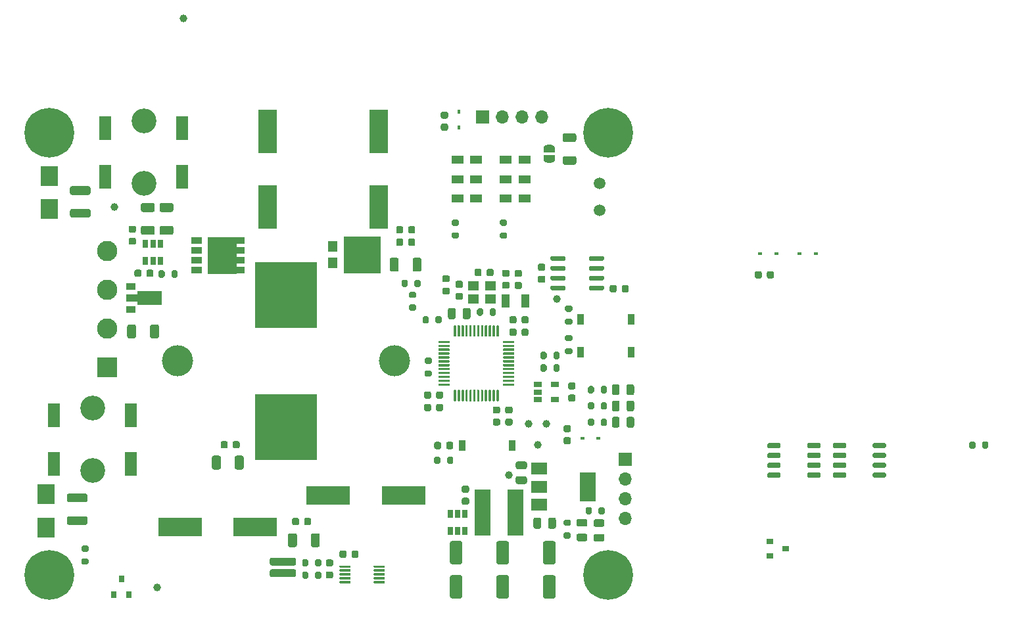
<source format=gts>
G04 #@! TF.GenerationSoftware,KiCad,Pcbnew,5.1.9+dfsg1-1~bpo10+1*
G04 #@! TF.CreationDate,2021-11-07T18:13:51+00:00*
G04 #@! TF.ProjectId,MPPT_Solar_KiCAD,4d505054-5f53-46f6-9c61-725f4b694341,Rev. 2.1*
G04 #@! TF.SameCoordinates,Original*
G04 #@! TF.FileFunction,Soldermask,Top*
G04 #@! TF.FilePolarity,Negative*
%FSLAX46Y46*%
G04 Gerber Fmt 4.6, Leading zero omitted, Abs format (unit mm)*
G04 Created by KiCad (PCBNEW 5.1.9+dfsg1-1~bpo10+1) date 2021-11-07 18:13:51*
%MOMM*%
%LPD*%
G01*
G04 APERTURE LIST*
%ADD10R,2.625000X2.625000*%
%ADD11C,2.625000*%
%ADD12R,0.900000X0.800000*%
%ADD13R,0.600000X0.450000*%
%ADD14R,0.450000X0.600000*%
%ADD15C,3.200000*%
%ADD16R,1.524000X3.124200*%
%ADD17R,2.300000X2.500000*%
%ADD18R,0.800000X0.900000*%
%ADD19R,2.000000X1.500000*%
%ADD20R,2.000000X3.800000*%
%ADD21C,1.000000*%
%ADD22R,0.650000X1.060000*%
%ADD23R,1.270000X1.400000*%
%ADD24R,4.720000X4.800000*%
%ADD25R,1.450000X0.850000*%
%ADD26R,1.050000X0.850000*%
%ADD27R,3.750000X4.700000*%
%ADD28R,2.350000X5.650000*%
%ADD29R,1.060000X0.650000*%
%ADD30C,1.500000*%
%ADD31O,1.700000X1.700000*%
%ADD32R,1.700000X1.700000*%
%ADD33C,0.100000*%
%ADD34R,0.900000X1.400000*%
%ADD35R,2.000000X6.000000*%
%ADD36R,1.600000X1.000000*%
%ADD37C,0.800000*%
%ADD38C,6.400000*%
%ADD39R,5.650000X2.350000*%
%ADD40R,1.400000X1.200000*%
%ADD41R,1.000000X1.800000*%
%ADD42R,1.300000X0.900000*%
%ADD43C,4.000000*%
%ADD44R,8.000000X8.500000*%
G04 APERTURE END LIST*
G36*
G01*
X125050000Y-84445000D02*
X125050000Y-84145000D01*
G75*
G02*
X125200000Y-83995000I150000J0D01*
G01*
X126650000Y-83995000D01*
G75*
G02*
X126800000Y-84145000I0J-150000D01*
G01*
X126800000Y-84445000D01*
G75*
G02*
X126650000Y-84595000I-150000J0D01*
G01*
X125200000Y-84595000D01*
G75*
G02*
X125050000Y-84445000I0J150000D01*
G01*
G37*
G36*
G01*
X125050000Y-85715000D02*
X125050000Y-85415000D01*
G75*
G02*
X125200000Y-85265000I150000J0D01*
G01*
X126650000Y-85265000D01*
G75*
G02*
X126800000Y-85415000I0J-150000D01*
G01*
X126800000Y-85715000D01*
G75*
G02*
X126650000Y-85865000I-150000J0D01*
G01*
X125200000Y-85865000D01*
G75*
G02*
X125050000Y-85715000I0J150000D01*
G01*
G37*
G36*
G01*
X125050000Y-86985000D02*
X125050000Y-86685000D01*
G75*
G02*
X125200000Y-86535000I150000J0D01*
G01*
X126650000Y-86535000D01*
G75*
G02*
X126800000Y-86685000I0J-150000D01*
G01*
X126800000Y-86985000D01*
G75*
G02*
X126650000Y-87135000I-150000J0D01*
G01*
X125200000Y-87135000D01*
G75*
G02*
X125050000Y-86985000I0J150000D01*
G01*
G37*
G36*
G01*
X125050000Y-88255000D02*
X125050000Y-87955000D01*
G75*
G02*
X125200000Y-87805000I150000J0D01*
G01*
X126650000Y-87805000D01*
G75*
G02*
X126800000Y-87955000I0J-150000D01*
G01*
X126800000Y-88255000D01*
G75*
G02*
X126650000Y-88405000I-150000J0D01*
G01*
X125200000Y-88405000D01*
G75*
G02*
X125050000Y-88255000I0J150000D01*
G01*
G37*
G36*
G01*
X119900000Y-88255000D02*
X119900000Y-87955000D01*
G75*
G02*
X120050000Y-87805000I150000J0D01*
G01*
X121500000Y-87805000D01*
G75*
G02*
X121650000Y-87955000I0J-150000D01*
G01*
X121650000Y-88255000D01*
G75*
G02*
X121500000Y-88405000I-150000J0D01*
G01*
X120050000Y-88405000D01*
G75*
G02*
X119900000Y-88255000I0J150000D01*
G01*
G37*
G36*
G01*
X119900000Y-86985000D02*
X119900000Y-86685000D01*
G75*
G02*
X120050000Y-86535000I150000J0D01*
G01*
X121500000Y-86535000D01*
G75*
G02*
X121650000Y-86685000I0J-150000D01*
G01*
X121650000Y-86985000D01*
G75*
G02*
X121500000Y-87135000I-150000J0D01*
G01*
X120050000Y-87135000D01*
G75*
G02*
X119900000Y-86985000I0J150000D01*
G01*
G37*
G36*
G01*
X119900000Y-85715000D02*
X119900000Y-85415000D01*
G75*
G02*
X120050000Y-85265000I150000J0D01*
G01*
X121500000Y-85265000D01*
G75*
G02*
X121650000Y-85415000I0J-150000D01*
G01*
X121650000Y-85715000D01*
G75*
G02*
X121500000Y-85865000I-150000J0D01*
G01*
X120050000Y-85865000D01*
G75*
G02*
X119900000Y-85715000I0J150000D01*
G01*
G37*
G36*
G01*
X119900000Y-84445000D02*
X119900000Y-84145000D01*
G75*
G02*
X120050000Y-83995000I150000J0D01*
G01*
X121500000Y-83995000D01*
G75*
G02*
X121650000Y-84145000I0J-150000D01*
G01*
X121650000Y-84445000D01*
G75*
G02*
X121500000Y-84595000I-150000J0D01*
G01*
X120050000Y-84595000D01*
G75*
G02*
X119900000Y-84445000I0J150000D01*
G01*
G37*
G36*
G01*
X116600000Y-84445000D02*
X116600000Y-84145000D01*
G75*
G02*
X116750000Y-83995000I150000J0D01*
G01*
X118200000Y-83995000D01*
G75*
G02*
X118350000Y-84145000I0J-150000D01*
G01*
X118350000Y-84445000D01*
G75*
G02*
X118200000Y-84595000I-150000J0D01*
G01*
X116750000Y-84595000D01*
G75*
G02*
X116600000Y-84445000I0J150000D01*
G01*
G37*
G36*
G01*
X116600000Y-85715000D02*
X116600000Y-85415000D01*
G75*
G02*
X116750000Y-85265000I150000J0D01*
G01*
X118200000Y-85265000D01*
G75*
G02*
X118350000Y-85415000I0J-150000D01*
G01*
X118350000Y-85715000D01*
G75*
G02*
X118200000Y-85865000I-150000J0D01*
G01*
X116750000Y-85865000D01*
G75*
G02*
X116600000Y-85715000I0J150000D01*
G01*
G37*
G36*
G01*
X116600000Y-86985000D02*
X116600000Y-86685000D01*
G75*
G02*
X116750000Y-86535000I150000J0D01*
G01*
X118200000Y-86535000D01*
G75*
G02*
X118350000Y-86685000I0J-150000D01*
G01*
X118350000Y-86985000D01*
G75*
G02*
X118200000Y-87135000I-150000J0D01*
G01*
X116750000Y-87135000D01*
G75*
G02*
X116600000Y-86985000I0J150000D01*
G01*
G37*
G36*
G01*
X116600000Y-88255000D02*
X116600000Y-87955000D01*
G75*
G02*
X116750000Y-87805000I150000J0D01*
G01*
X118200000Y-87805000D01*
G75*
G02*
X118350000Y-87955000I0J-150000D01*
G01*
X118350000Y-88255000D01*
G75*
G02*
X118200000Y-88405000I-150000J0D01*
G01*
X116750000Y-88405000D01*
G75*
G02*
X116600000Y-88255000I0J150000D01*
G01*
G37*
G36*
G01*
X111450000Y-88255000D02*
X111450000Y-87955000D01*
G75*
G02*
X111600000Y-87805000I150000J0D01*
G01*
X113050000Y-87805000D01*
G75*
G02*
X113200000Y-87955000I0J-150000D01*
G01*
X113200000Y-88255000D01*
G75*
G02*
X113050000Y-88405000I-150000J0D01*
G01*
X111600000Y-88405000D01*
G75*
G02*
X111450000Y-88255000I0J150000D01*
G01*
G37*
G36*
G01*
X111450000Y-86985000D02*
X111450000Y-86685000D01*
G75*
G02*
X111600000Y-86535000I150000J0D01*
G01*
X113050000Y-86535000D01*
G75*
G02*
X113200000Y-86685000I0J-150000D01*
G01*
X113200000Y-86985000D01*
G75*
G02*
X113050000Y-87135000I-150000J0D01*
G01*
X111600000Y-87135000D01*
G75*
G02*
X111450000Y-86985000I0J150000D01*
G01*
G37*
G36*
G01*
X111450000Y-85715000D02*
X111450000Y-85415000D01*
G75*
G02*
X111600000Y-85265000I150000J0D01*
G01*
X113050000Y-85265000D01*
G75*
G02*
X113200000Y-85415000I0J-150000D01*
G01*
X113200000Y-85715000D01*
G75*
G02*
X113050000Y-85865000I-150000J0D01*
G01*
X111600000Y-85865000D01*
G75*
G02*
X111450000Y-85715000I0J150000D01*
G01*
G37*
G36*
G01*
X111450000Y-84445000D02*
X111450000Y-84145000D01*
G75*
G02*
X111600000Y-83995000I150000J0D01*
G01*
X113050000Y-83995000D01*
G75*
G02*
X113200000Y-84145000I0J-150000D01*
G01*
X113200000Y-84445000D01*
G75*
G02*
X113050000Y-84595000I-150000J0D01*
G01*
X111600000Y-84595000D01*
G75*
G02*
X111450000Y-84445000I0J150000D01*
G01*
G37*
D10*
X26500000Y-74200000D03*
D11*
X26500000Y-69200000D03*
X26500000Y-64200000D03*
X26500000Y-59200000D03*
G36*
G01*
X139145000Y-84505000D02*
X139145000Y-83955000D01*
G75*
G02*
X139345000Y-83755000I200000J0D01*
G01*
X139745000Y-83755000D01*
G75*
G02*
X139945000Y-83955000I0J-200000D01*
G01*
X139945000Y-84505000D01*
G75*
G02*
X139745000Y-84705000I-200000J0D01*
G01*
X139345000Y-84705000D01*
G75*
G02*
X139145000Y-84505000I0J200000D01*
G01*
G37*
G36*
G01*
X137495000Y-84505000D02*
X137495000Y-83955000D01*
G75*
G02*
X137695000Y-83755000I200000J0D01*
G01*
X138095000Y-83755000D01*
G75*
G02*
X138295000Y-83955000I0J-200000D01*
G01*
X138295000Y-84505000D01*
G75*
G02*
X138095000Y-84705000I-200000J0D01*
G01*
X137695000Y-84705000D01*
G75*
G02*
X137495000Y-84505000I0J200000D01*
G01*
G37*
D12*
X113800000Y-97600000D03*
X111800000Y-98550000D03*
X111800000Y-96650000D03*
D13*
X117720000Y-59570000D03*
X115620000Y-59570000D03*
X112670000Y-59570000D03*
X110570000Y-59570000D03*
X89750000Y-83400000D03*
X87650000Y-83400000D03*
D14*
X71800000Y-41250000D03*
X71800000Y-43350000D03*
G36*
G01*
X21924999Y-53800000D02*
X24075001Y-53800000D01*
G75*
G02*
X24325000Y-54049999I0J-249999D01*
G01*
X24325000Y-54675001D01*
G75*
G02*
X24075001Y-54925000I-249999J0D01*
G01*
X21924999Y-54925000D01*
G75*
G02*
X21675000Y-54675001I0J249999D01*
G01*
X21675000Y-54049999D01*
G75*
G02*
X21924999Y-53800000I249999J0D01*
G01*
G37*
G36*
G01*
X21924999Y-50875000D02*
X24075001Y-50875000D01*
G75*
G02*
X24325000Y-51124999I0J-249999D01*
G01*
X24325000Y-51750001D01*
G75*
G02*
X24075001Y-52000000I-249999J0D01*
G01*
X21924999Y-52000000D01*
G75*
G02*
X21675000Y-51750001I0J249999D01*
G01*
X21675000Y-51124999D01*
G75*
G02*
X21924999Y-50875000I249999J0D01*
G01*
G37*
D15*
X31200000Y-42500000D03*
X31200000Y-50500000D03*
D16*
X36153000Y-43375800D03*
X26247000Y-43375800D03*
X26247000Y-49624200D03*
X36153000Y-49624200D03*
D17*
X19000000Y-53850000D03*
X19000000Y-49550000D03*
G36*
G01*
X21524999Y-93412500D02*
X23675001Y-93412500D01*
G75*
G02*
X23925000Y-93662499I0J-249999D01*
G01*
X23925000Y-94287501D01*
G75*
G02*
X23675001Y-94537500I-249999J0D01*
G01*
X21524999Y-94537500D01*
G75*
G02*
X21275000Y-94287501I0J249999D01*
G01*
X21275000Y-93662499D01*
G75*
G02*
X21524999Y-93412500I249999J0D01*
G01*
G37*
G36*
G01*
X21524999Y-90487500D02*
X23675001Y-90487500D01*
G75*
G02*
X23925000Y-90737499I0J-249999D01*
G01*
X23925000Y-91362501D01*
G75*
G02*
X23675001Y-91612500I-249999J0D01*
G01*
X21524999Y-91612500D01*
G75*
G02*
X21275000Y-91362501I0J249999D01*
G01*
X21275000Y-90737499D01*
G75*
G02*
X21524999Y-90487500I249999J0D01*
G01*
G37*
D15*
X24600000Y-79500000D03*
X24600000Y-87500000D03*
D16*
X29553000Y-80375800D03*
X19647000Y-80375800D03*
X19647000Y-86624200D03*
X29553000Y-86624200D03*
D17*
X18600000Y-94850000D03*
X18600000Y-90550000D03*
G36*
G01*
X23325000Y-98825000D02*
X23875000Y-98825000D01*
G75*
G02*
X24075000Y-99025000I0J-200000D01*
G01*
X24075000Y-99425000D01*
G75*
G02*
X23875000Y-99625000I-200000J0D01*
G01*
X23325000Y-99625000D01*
G75*
G02*
X23125000Y-99425000I0J200000D01*
G01*
X23125000Y-99025000D01*
G75*
G02*
X23325000Y-98825000I200000J0D01*
G01*
G37*
G36*
G01*
X23325000Y-97175000D02*
X23875000Y-97175000D01*
G75*
G02*
X24075000Y-97375000I0J-200000D01*
G01*
X24075000Y-97775000D01*
G75*
G02*
X23875000Y-97975000I-200000J0D01*
G01*
X23325000Y-97975000D01*
G75*
G02*
X23125000Y-97775000I0J200000D01*
G01*
X23125000Y-97375000D01*
G75*
G02*
X23325000Y-97175000I200000J0D01*
G01*
G37*
D18*
X28300000Y-101500000D03*
X29250000Y-103500000D03*
X27350000Y-103500000D03*
G36*
G01*
X111425000Y-62550000D02*
X111425000Y-62050000D01*
G75*
G02*
X111650000Y-61825000I225000J0D01*
G01*
X112100000Y-61825000D01*
G75*
G02*
X112325000Y-62050000I0J-225000D01*
G01*
X112325000Y-62550000D01*
G75*
G02*
X112100000Y-62775000I-225000J0D01*
G01*
X111650000Y-62775000D01*
G75*
G02*
X111425000Y-62550000I0J225000D01*
G01*
G37*
G36*
G01*
X109875000Y-62550000D02*
X109875000Y-62050000D01*
G75*
G02*
X110100000Y-61825000I225000J0D01*
G01*
X110550000Y-61825000D01*
G75*
G02*
X110775000Y-62050000I0J-225000D01*
G01*
X110775000Y-62550000D01*
G75*
G02*
X110550000Y-62775000I-225000J0D01*
G01*
X110100000Y-62775000D01*
G75*
G02*
X109875000Y-62550000I0J225000D01*
G01*
G37*
D19*
X82050000Y-87300000D03*
X82050000Y-91900000D03*
X82050000Y-89600000D03*
D20*
X88350000Y-89600000D03*
G36*
G01*
X32350001Y-54200000D02*
X31049999Y-54200000D01*
G75*
G02*
X30800000Y-53950001I0J249999D01*
G01*
X30800000Y-53299999D01*
G75*
G02*
X31049999Y-53050000I249999J0D01*
G01*
X32350001Y-53050000D01*
G75*
G02*
X32600000Y-53299999I0J-249999D01*
G01*
X32600000Y-53950001D01*
G75*
G02*
X32350001Y-54200000I-249999J0D01*
G01*
G37*
G36*
G01*
X32350001Y-57150000D02*
X31049999Y-57150000D01*
G75*
G02*
X30800000Y-56900001I0J249999D01*
G01*
X30800000Y-56249999D01*
G75*
G02*
X31049999Y-56000000I249999J0D01*
G01*
X32350001Y-56000000D01*
G75*
G02*
X32600000Y-56249999I0J-249999D01*
G01*
X32600000Y-56900001D01*
G75*
G02*
X32350001Y-57150000I-249999J0D01*
G01*
G37*
G36*
G01*
X34750001Y-54200000D02*
X33449999Y-54200000D01*
G75*
G02*
X33200000Y-53950001I0J249999D01*
G01*
X33200000Y-53299999D01*
G75*
G02*
X33449999Y-53050000I249999J0D01*
G01*
X34750001Y-53050000D01*
G75*
G02*
X35000000Y-53299999I0J-249999D01*
G01*
X35000000Y-53950001D01*
G75*
G02*
X34750001Y-54200000I-249999J0D01*
G01*
G37*
G36*
G01*
X34750001Y-57150000D02*
X33449999Y-57150000D01*
G75*
G02*
X33200000Y-56900001I0J249999D01*
G01*
X33200000Y-56249999D01*
G75*
G02*
X33449999Y-56000000I249999J0D01*
G01*
X34750001Y-56000000D01*
G75*
G02*
X35000000Y-56249999I0J-249999D01*
G01*
X35000000Y-56900001D01*
G75*
G02*
X34750001Y-57150000I-249999J0D01*
G01*
G37*
G36*
G01*
X31987500Y-70250001D02*
X31987500Y-68949999D01*
G75*
G02*
X32237499Y-68700000I249999J0D01*
G01*
X32887501Y-68700000D01*
G75*
G02*
X33137500Y-68949999I0J-249999D01*
G01*
X33137500Y-70250001D01*
G75*
G02*
X32887501Y-70500000I-249999J0D01*
G01*
X32237499Y-70500000D01*
G75*
G02*
X31987500Y-70250001I0J249999D01*
G01*
G37*
G36*
G01*
X29037500Y-70250001D02*
X29037500Y-68949999D01*
G75*
G02*
X29287499Y-68700000I249999J0D01*
G01*
X29937501Y-68700000D01*
G75*
G02*
X30187500Y-68949999I0J-249999D01*
G01*
X30187500Y-70250001D01*
G75*
G02*
X29937501Y-70500000I-249999J0D01*
G01*
X29287499Y-70500000D01*
G75*
G02*
X29037500Y-70250001I0J249999D01*
G01*
G37*
G36*
G01*
X65800000Y-61650001D02*
X65800000Y-60349999D01*
G75*
G02*
X66049999Y-60100000I249999J0D01*
G01*
X66700001Y-60100000D01*
G75*
G02*
X66950000Y-60349999I0J-249999D01*
G01*
X66950000Y-61650001D01*
G75*
G02*
X66700001Y-61900000I-249999J0D01*
G01*
X66049999Y-61900000D01*
G75*
G02*
X65800000Y-61650001I0J249999D01*
G01*
G37*
G36*
G01*
X62850000Y-61650001D02*
X62850000Y-60349999D01*
G75*
G02*
X63099999Y-60100000I249999J0D01*
G01*
X63750001Y-60100000D01*
G75*
G02*
X64000000Y-60349999I0J-249999D01*
G01*
X64000000Y-61650001D01*
G75*
G02*
X63750001Y-61900000I-249999J0D01*
G01*
X63099999Y-61900000D01*
G75*
G02*
X62850000Y-61650001I0J249999D01*
G01*
G37*
G36*
G01*
X41100000Y-85849999D02*
X41100000Y-87150001D01*
G75*
G02*
X40850001Y-87400000I-249999J0D01*
G01*
X40199999Y-87400000D01*
G75*
G02*
X39950000Y-87150001I0J249999D01*
G01*
X39950000Y-85849999D01*
G75*
G02*
X40199999Y-85600000I249999J0D01*
G01*
X40850001Y-85600000D01*
G75*
G02*
X41100000Y-85849999I0J-249999D01*
G01*
G37*
G36*
G01*
X44050000Y-85849999D02*
X44050000Y-87150001D01*
G75*
G02*
X43800001Y-87400000I-249999J0D01*
G01*
X43149999Y-87400000D01*
G75*
G02*
X42900000Y-87150001I0J249999D01*
G01*
X42900000Y-85849999D01*
G75*
G02*
X43149999Y-85600000I249999J0D01*
G01*
X43800001Y-85600000D01*
G75*
G02*
X44050000Y-85849999I0J-249999D01*
G01*
G37*
G36*
G01*
X50900000Y-95849999D02*
X50900000Y-97150001D01*
G75*
G02*
X50650001Y-97400000I-249999J0D01*
G01*
X49999999Y-97400000D01*
G75*
G02*
X49750000Y-97150001I0J249999D01*
G01*
X49750000Y-95849999D01*
G75*
G02*
X49999999Y-95600000I249999J0D01*
G01*
X50650001Y-95600000D01*
G75*
G02*
X50900000Y-95849999I0J-249999D01*
G01*
G37*
G36*
G01*
X53850000Y-95849999D02*
X53850000Y-97150001D01*
G75*
G02*
X53600001Y-97400000I-249999J0D01*
G01*
X52949999Y-97400000D01*
G75*
G02*
X52700000Y-97150001I0J249999D01*
G01*
X52700000Y-95849999D01*
G75*
G02*
X52949999Y-95600000I249999J0D01*
G01*
X53600001Y-95600000D01*
G75*
G02*
X53850000Y-95849999I0J-249999D01*
G01*
G37*
G36*
G01*
X89175000Y-81025000D02*
X89175000Y-81575000D01*
G75*
G02*
X88975000Y-81775000I-200000J0D01*
G01*
X88575000Y-81775000D01*
G75*
G02*
X88375000Y-81575000I0J200000D01*
G01*
X88375000Y-81025000D01*
G75*
G02*
X88575000Y-80825000I200000J0D01*
G01*
X88975000Y-80825000D01*
G75*
G02*
X89175000Y-81025000I0J-200000D01*
G01*
G37*
G36*
G01*
X90825000Y-81025000D02*
X90825000Y-81575000D01*
G75*
G02*
X90625000Y-81775000I-200000J0D01*
G01*
X90225000Y-81775000D01*
G75*
G02*
X90025000Y-81575000I0J200000D01*
G01*
X90025000Y-81025000D01*
G75*
G02*
X90225000Y-80825000I200000J0D01*
G01*
X90625000Y-80825000D01*
G75*
G02*
X90825000Y-81025000I0J-200000D01*
G01*
G37*
G36*
G01*
X89175000Y-76825000D02*
X89175000Y-77375000D01*
G75*
G02*
X88975000Y-77575000I-200000J0D01*
G01*
X88575000Y-77575000D01*
G75*
G02*
X88375000Y-77375000I0J200000D01*
G01*
X88375000Y-76825000D01*
G75*
G02*
X88575000Y-76625000I200000J0D01*
G01*
X88975000Y-76625000D01*
G75*
G02*
X89175000Y-76825000I0J-200000D01*
G01*
G37*
G36*
G01*
X90825000Y-76825000D02*
X90825000Y-77375000D01*
G75*
G02*
X90625000Y-77575000I-200000J0D01*
G01*
X90225000Y-77575000D01*
G75*
G02*
X90025000Y-77375000I0J200000D01*
G01*
X90025000Y-76825000D01*
G75*
G02*
X90225000Y-76625000I200000J0D01*
G01*
X90625000Y-76625000D01*
G75*
G02*
X90825000Y-76825000I0J-200000D01*
G01*
G37*
G36*
G01*
X89175000Y-78925000D02*
X89175000Y-79475000D01*
G75*
G02*
X88975000Y-79675000I-200000J0D01*
G01*
X88575000Y-79675000D01*
G75*
G02*
X88375000Y-79475000I0J200000D01*
G01*
X88375000Y-78925000D01*
G75*
G02*
X88575000Y-78725000I200000J0D01*
G01*
X88975000Y-78725000D01*
G75*
G02*
X89175000Y-78925000I0J-200000D01*
G01*
G37*
G36*
G01*
X90825000Y-78925000D02*
X90825000Y-79475000D01*
G75*
G02*
X90625000Y-79675000I-200000J0D01*
G01*
X90225000Y-79675000D01*
G75*
G02*
X90025000Y-79475000I0J200000D01*
G01*
X90025000Y-78925000D01*
G75*
G02*
X90225000Y-78725000I200000J0D01*
G01*
X90625000Y-78725000D01*
G75*
G02*
X90825000Y-78925000I0J-200000D01*
G01*
G37*
D21*
X27400000Y-53600000D03*
X32900000Y-102600000D03*
X78200000Y-88100000D03*
X36300000Y-29300000D03*
X84400000Y-65400000D03*
D22*
X71600000Y-95300000D03*
X72550000Y-95300000D03*
X70650000Y-95300000D03*
X70650000Y-93100000D03*
X71600000Y-93100000D03*
X72550000Y-93100000D03*
G36*
G01*
X64575000Y-57850000D02*
X64575000Y-58350000D01*
G75*
G02*
X64350000Y-58575000I-225000J0D01*
G01*
X63900000Y-58575000D01*
G75*
G02*
X63675000Y-58350000I0J225000D01*
G01*
X63675000Y-57850000D01*
G75*
G02*
X63900000Y-57625000I225000J0D01*
G01*
X64350000Y-57625000D01*
G75*
G02*
X64575000Y-57850000I0J-225000D01*
G01*
G37*
G36*
G01*
X66125000Y-57850000D02*
X66125000Y-58350000D01*
G75*
G02*
X65900000Y-58575000I-225000J0D01*
G01*
X65450000Y-58575000D01*
G75*
G02*
X65225000Y-58350000I0J225000D01*
G01*
X65225000Y-57850000D01*
G75*
G02*
X65450000Y-57625000I225000J0D01*
G01*
X65900000Y-57625000D01*
G75*
G02*
X66125000Y-57850000I0J-225000D01*
G01*
G37*
G36*
G01*
X64575000Y-56250000D02*
X64575000Y-56750000D01*
G75*
G02*
X64350000Y-56975000I-225000J0D01*
G01*
X63900000Y-56975000D01*
G75*
G02*
X63675000Y-56750000I0J225000D01*
G01*
X63675000Y-56250000D01*
G75*
G02*
X63900000Y-56025000I225000J0D01*
G01*
X64350000Y-56025000D01*
G75*
G02*
X64575000Y-56250000I0J-225000D01*
G01*
G37*
G36*
G01*
X66125000Y-56250000D02*
X66125000Y-56750000D01*
G75*
G02*
X65900000Y-56975000I-225000J0D01*
G01*
X65450000Y-56975000D01*
G75*
G02*
X65225000Y-56750000I0J225000D01*
G01*
X65225000Y-56250000D01*
G75*
G02*
X65450000Y-56025000I225000J0D01*
G01*
X65900000Y-56025000D01*
G75*
G02*
X66125000Y-56250000I0J-225000D01*
G01*
G37*
G36*
G01*
X42625000Y-84450000D02*
X42625000Y-83950000D01*
G75*
G02*
X42850000Y-83725000I225000J0D01*
G01*
X43300000Y-83725000D01*
G75*
G02*
X43525000Y-83950000I0J-225000D01*
G01*
X43525000Y-84450000D01*
G75*
G02*
X43300000Y-84675000I-225000J0D01*
G01*
X42850000Y-84675000D01*
G75*
G02*
X42625000Y-84450000I0J225000D01*
G01*
G37*
G36*
G01*
X41075000Y-84450000D02*
X41075000Y-83950000D01*
G75*
G02*
X41300000Y-83725000I225000J0D01*
G01*
X41750000Y-83725000D01*
G75*
G02*
X41975000Y-83950000I0J-225000D01*
G01*
X41975000Y-84450000D01*
G75*
G02*
X41750000Y-84675000I-225000J0D01*
G01*
X41300000Y-84675000D01*
G75*
G02*
X41075000Y-84450000I0J225000D01*
G01*
G37*
G36*
G01*
X51175000Y-93850000D02*
X51175000Y-94350000D01*
G75*
G02*
X50950000Y-94575000I-225000J0D01*
G01*
X50500000Y-94575000D01*
G75*
G02*
X50275000Y-94350000I0J225000D01*
G01*
X50275000Y-93850000D01*
G75*
G02*
X50500000Y-93625000I225000J0D01*
G01*
X50950000Y-93625000D01*
G75*
G02*
X51175000Y-93850000I0J-225000D01*
G01*
G37*
G36*
G01*
X52725000Y-93850000D02*
X52725000Y-94350000D01*
G75*
G02*
X52500000Y-94575000I-225000J0D01*
G01*
X52050000Y-94575000D01*
G75*
G02*
X51825000Y-94350000I0J225000D01*
G01*
X51825000Y-93850000D01*
G75*
G02*
X52050000Y-93625000I225000J0D01*
G01*
X52500000Y-93625000D01*
G75*
G02*
X52725000Y-93850000I0J-225000D01*
G01*
G37*
G36*
G01*
X31525000Y-62350000D02*
X31525000Y-61850000D01*
G75*
G02*
X31750000Y-61625000I225000J0D01*
G01*
X32200000Y-61625000D01*
G75*
G02*
X32425000Y-61850000I0J-225000D01*
G01*
X32425000Y-62350000D01*
G75*
G02*
X32200000Y-62575000I-225000J0D01*
G01*
X31750000Y-62575000D01*
G75*
G02*
X31525000Y-62350000I0J225000D01*
G01*
G37*
G36*
G01*
X29975000Y-62350000D02*
X29975000Y-61850000D01*
G75*
G02*
X30200000Y-61625000I225000J0D01*
G01*
X30650000Y-61625000D01*
G75*
G02*
X30875000Y-61850000I0J-225000D01*
G01*
X30875000Y-62350000D01*
G75*
G02*
X30650000Y-62575000I-225000J0D01*
G01*
X30200000Y-62575000D01*
G75*
G02*
X29975000Y-62350000I0J225000D01*
G01*
G37*
G36*
G01*
X86625001Y-45200000D02*
X85374999Y-45200000D01*
G75*
G02*
X85125000Y-44950001I0J249999D01*
G01*
X85125000Y-44324999D01*
G75*
G02*
X85374999Y-44075000I249999J0D01*
G01*
X86625001Y-44075000D01*
G75*
G02*
X86875000Y-44324999I0J-249999D01*
G01*
X86875000Y-44950001D01*
G75*
G02*
X86625001Y-45200000I-249999J0D01*
G01*
G37*
G36*
G01*
X86625001Y-48125000D02*
X85374999Y-48125000D01*
G75*
G02*
X85125000Y-47875001I0J249999D01*
G01*
X85125000Y-47249999D01*
G75*
G02*
X85374999Y-47000000I249999J0D01*
G01*
X86625001Y-47000000D01*
G75*
G02*
X86875000Y-47249999I0J-249999D01*
G01*
X86875000Y-47875001D01*
G75*
G02*
X86625001Y-48125000I-249999J0D01*
G01*
G37*
G36*
G01*
X55350000Y-99875000D02*
X54850000Y-99875000D01*
G75*
G02*
X54625000Y-99650000I0J225000D01*
G01*
X54625000Y-99200000D01*
G75*
G02*
X54850000Y-98975000I225000J0D01*
G01*
X55350000Y-98975000D01*
G75*
G02*
X55575000Y-99200000I0J-225000D01*
G01*
X55575000Y-99650000D01*
G75*
G02*
X55350000Y-99875000I-225000J0D01*
G01*
G37*
G36*
G01*
X55350000Y-101425000D02*
X54850000Y-101425000D01*
G75*
G02*
X54625000Y-101200000I0J225000D01*
G01*
X54625000Y-100750000D01*
G75*
G02*
X54850000Y-100525000I225000J0D01*
G01*
X55350000Y-100525000D01*
G75*
G02*
X55575000Y-100750000I0J-225000D01*
G01*
X55575000Y-101200000D01*
G75*
G02*
X55350000Y-101425000I-225000J0D01*
G01*
G37*
G36*
G01*
X69375000Y-85925000D02*
X69375000Y-86475000D01*
G75*
G02*
X69175000Y-86675000I-200000J0D01*
G01*
X68775000Y-86675000D01*
G75*
G02*
X68575000Y-86475000I0J200000D01*
G01*
X68575000Y-85925000D01*
G75*
G02*
X68775000Y-85725000I200000J0D01*
G01*
X69175000Y-85725000D01*
G75*
G02*
X69375000Y-85925000I0J-200000D01*
G01*
G37*
G36*
G01*
X71025000Y-85925000D02*
X71025000Y-86475000D01*
G75*
G02*
X70825000Y-86675000I-200000J0D01*
G01*
X70425000Y-86675000D01*
G75*
G02*
X70225000Y-86475000I0J200000D01*
G01*
X70225000Y-85925000D01*
G75*
G02*
X70425000Y-85725000I200000J0D01*
G01*
X70825000Y-85725000D01*
G75*
G02*
X71025000Y-85925000I0J-200000D01*
G01*
G37*
D23*
X55535000Y-58660000D03*
D24*
X59340000Y-59700000D03*
D23*
X55535000Y-60740000D03*
D25*
X37950000Y-57895000D03*
X37950000Y-59165000D03*
X37950000Y-60435000D03*
X37950000Y-61705000D03*
D26*
X43650000Y-61705000D03*
X43650000Y-60435000D03*
X43650000Y-59165000D03*
X43650000Y-57895000D03*
D27*
X41250000Y-59800000D03*
D28*
X61400000Y-53550000D03*
X61400000Y-43850000D03*
G36*
G01*
X83925000Y-72975000D02*
X83925000Y-72425000D01*
G75*
G02*
X84125000Y-72225000I200000J0D01*
G01*
X84525000Y-72225000D01*
G75*
G02*
X84725000Y-72425000I0J-200000D01*
G01*
X84725000Y-72975000D01*
G75*
G02*
X84525000Y-73175000I-200000J0D01*
G01*
X84125000Y-73175000D01*
G75*
G02*
X83925000Y-72975000I0J200000D01*
G01*
G37*
G36*
G01*
X82275000Y-72975000D02*
X82275000Y-72425000D01*
G75*
G02*
X82475000Y-72225000I200000J0D01*
G01*
X82875000Y-72225000D01*
G75*
G02*
X83075000Y-72425000I0J-200000D01*
G01*
X83075000Y-72975000D01*
G75*
G02*
X82875000Y-73175000I-200000J0D01*
G01*
X82475000Y-73175000D01*
G75*
G02*
X82275000Y-72975000I0J200000D01*
G01*
G37*
D21*
X81900000Y-84200000D03*
G36*
G01*
X77500000Y-70800000D02*
X78825000Y-70800000D01*
G75*
G02*
X78900000Y-70875000I0J-75000D01*
G01*
X78900000Y-71025000D01*
G75*
G02*
X78825000Y-71100000I-75000J0D01*
G01*
X77500000Y-71100000D01*
G75*
G02*
X77425000Y-71025000I0J75000D01*
G01*
X77425000Y-70875000D01*
G75*
G02*
X77500000Y-70800000I75000J0D01*
G01*
G37*
G36*
G01*
X77500000Y-71300000D02*
X78825000Y-71300000D01*
G75*
G02*
X78900000Y-71375000I0J-75000D01*
G01*
X78900000Y-71525000D01*
G75*
G02*
X78825000Y-71600000I-75000J0D01*
G01*
X77500000Y-71600000D01*
G75*
G02*
X77425000Y-71525000I0J75000D01*
G01*
X77425000Y-71375000D01*
G75*
G02*
X77500000Y-71300000I75000J0D01*
G01*
G37*
G36*
G01*
X77500000Y-71800000D02*
X78825000Y-71800000D01*
G75*
G02*
X78900000Y-71875000I0J-75000D01*
G01*
X78900000Y-72025000D01*
G75*
G02*
X78825000Y-72100000I-75000J0D01*
G01*
X77500000Y-72100000D01*
G75*
G02*
X77425000Y-72025000I0J75000D01*
G01*
X77425000Y-71875000D01*
G75*
G02*
X77500000Y-71800000I75000J0D01*
G01*
G37*
G36*
G01*
X77500000Y-72300000D02*
X78825000Y-72300000D01*
G75*
G02*
X78900000Y-72375000I0J-75000D01*
G01*
X78900000Y-72525000D01*
G75*
G02*
X78825000Y-72600000I-75000J0D01*
G01*
X77500000Y-72600000D01*
G75*
G02*
X77425000Y-72525000I0J75000D01*
G01*
X77425000Y-72375000D01*
G75*
G02*
X77500000Y-72300000I75000J0D01*
G01*
G37*
G36*
G01*
X77500000Y-72800000D02*
X78825000Y-72800000D01*
G75*
G02*
X78900000Y-72875000I0J-75000D01*
G01*
X78900000Y-73025000D01*
G75*
G02*
X78825000Y-73100000I-75000J0D01*
G01*
X77500000Y-73100000D01*
G75*
G02*
X77425000Y-73025000I0J75000D01*
G01*
X77425000Y-72875000D01*
G75*
G02*
X77500000Y-72800000I75000J0D01*
G01*
G37*
G36*
G01*
X77500000Y-73300000D02*
X78825000Y-73300000D01*
G75*
G02*
X78900000Y-73375000I0J-75000D01*
G01*
X78900000Y-73525000D01*
G75*
G02*
X78825000Y-73600000I-75000J0D01*
G01*
X77500000Y-73600000D01*
G75*
G02*
X77425000Y-73525000I0J75000D01*
G01*
X77425000Y-73375000D01*
G75*
G02*
X77500000Y-73300000I75000J0D01*
G01*
G37*
G36*
G01*
X77500000Y-73800000D02*
X78825000Y-73800000D01*
G75*
G02*
X78900000Y-73875000I0J-75000D01*
G01*
X78900000Y-74025000D01*
G75*
G02*
X78825000Y-74100000I-75000J0D01*
G01*
X77500000Y-74100000D01*
G75*
G02*
X77425000Y-74025000I0J75000D01*
G01*
X77425000Y-73875000D01*
G75*
G02*
X77500000Y-73800000I75000J0D01*
G01*
G37*
G36*
G01*
X77500000Y-74300000D02*
X78825000Y-74300000D01*
G75*
G02*
X78900000Y-74375000I0J-75000D01*
G01*
X78900000Y-74525000D01*
G75*
G02*
X78825000Y-74600000I-75000J0D01*
G01*
X77500000Y-74600000D01*
G75*
G02*
X77425000Y-74525000I0J75000D01*
G01*
X77425000Y-74375000D01*
G75*
G02*
X77500000Y-74300000I75000J0D01*
G01*
G37*
G36*
G01*
X77500000Y-74800000D02*
X78825000Y-74800000D01*
G75*
G02*
X78900000Y-74875000I0J-75000D01*
G01*
X78900000Y-75025000D01*
G75*
G02*
X78825000Y-75100000I-75000J0D01*
G01*
X77500000Y-75100000D01*
G75*
G02*
X77425000Y-75025000I0J75000D01*
G01*
X77425000Y-74875000D01*
G75*
G02*
X77500000Y-74800000I75000J0D01*
G01*
G37*
G36*
G01*
X77500000Y-75300000D02*
X78825000Y-75300000D01*
G75*
G02*
X78900000Y-75375000I0J-75000D01*
G01*
X78900000Y-75525000D01*
G75*
G02*
X78825000Y-75600000I-75000J0D01*
G01*
X77500000Y-75600000D01*
G75*
G02*
X77425000Y-75525000I0J75000D01*
G01*
X77425000Y-75375000D01*
G75*
G02*
X77500000Y-75300000I75000J0D01*
G01*
G37*
G36*
G01*
X77500000Y-75800000D02*
X78825000Y-75800000D01*
G75*
G02*
X78900000Y-75875000I0J-75000D01*
G01*
X78900000Y-76025000D01*
G75*
G02*
X78825000Y-76100000I-75000J0D01*
G01*
X77500000Y-76100000D01*
G75*
G02*
X77425000Y-76025000I0J75000D01*
G01*
X77425000Y-75875000D01*
G75*
G02*
X77500000Y-75800000I75000J0D01*
G01*
G37*
G36*
G01*
X77500000Y-76300000D02*
X78825000Y-76300000D01*
G75*
G02*
X78900000Y-76375000I0J-75000D01*
G01*
X78900000Y-76525000D01*
G75*
G02*
X78825000Y-76600000I-75000J0D01*
G01*
X77500000Y-76600000D01*
G75*
G02*
X77425000Y-76525000I0J75000D01*
G01*
X77425000Y-76375000D01*
G75*
G02*
X77500000Y-76300000I75000J0D01*
G01*
G37*
G36*
G01*
X76675000Y-77125000D02*
X76825000Y-77125000D01*
G75*
G02*
X76900000Y-77200000I0J-75000D01*
G01*
X76900000Y-78525000D01*
G75*
G02*
X76825000Y-78600000I-75000J0D01*
G01*
X76675000Y-78600000D01*
G75*
G02*
X76600000Y-78525000I0J75000D01*
G01*
X76600000Y-77200000D01*
G75*
G02*
X76675000Y-77125000I75000J0D01*
G01*
G37*
G36*
G01*
X76175000Y-77125000D02*
X76325000Y-77125000D01*
G75*
G02*
X76400000Y-77200000I0J-75000D01*
G01*
X76400000Y-78525000D01*
G75*
G02*
X76325000Y-78600000I-75000J0D01*
G01*
X76175000Y-78600000D01*
G75*
G02*
X76100000Y-78525000I0J75000D01*
G01*
X76100000Y-77200000D01*
G75*
G02*
X76175000Y-77125000I75000J0D01*
G01*
G37*
G36*
G01*
X75675000Y-77125000D02*
X75825000Y-77125000D01*
G75*
G02*
X75900000Y-77200000I0J-75000D01*
G01*
X75900000Y-78525000D01*
G75*
G02*
X75825000Y-78600000I-75000J0D01*
G01*
X75675000Y-78600000D01*
G75*
G02*
X75600000Y-78525000I0J75000D01*
G01*
X75600000Y-77200000D01*
G75*
G02*
X75675000Y-77125000I75000J0D01*
G01*
G37*
G36*
G01*
X75175000Y-77125000D02*
X75325000Y-77125000D01*
G75*
G02*
X75400000Y-77200000I0J-75000D01*
G01*
X75400000Y-78525000D01*
G75*
G02*
X75325000Y-78600000I-75000J0D01*
G01*
X75175000Y-78600000D01*
G75*
G02*
X75100000Y-78525000I0J75000D01*
G01*
X75100000Y-77200000D01*
G75*
G02*
X75175000Y-77125000I75000J0D01*
G01*
G37*
G36*
G01*
X74675000Y-77125000D02*
X74825000Y-77125000D01*
G75*
G02*
X74900000Y-77200000I0J-75000D01*
G01*
X74900000Y-78525000D01*
G75*
G02*
X74825000Y-78600000I-75000J0D01*
G01*
X74675000Y-78600000D01*
G75*
G02*
X74600000Y-78525000I0J75000D01*
G01*
X74600000Y-77200000D01*
G75*
G02*
X74675000Y-77125000I75000J0D01*
G01*
G37*
G36*
G01*
X74175000Y-77125000D02*
X74325000Y-77125000D01*
G75*
G02*
X74400000Y-77200000I0J-75000D01*
G01*
X74400000Y-78525000D01*
G75*
G02*
X74325000Y-78600000I-75000J0D01*
G01*
X74175000Y-78600000D01*
G75*
G02*
X74100000Y-78525000I0J75000D01*
G01*
X74100000Y-77200000D01*
G75*
G02*
X74175000Y-77125000I75000J0D01*
G01*
G37*
G36*
G01*
X73675000Y-77125000D02*
X73825000Y-77125000D01*
G75*
G02*
X73900000Y-77200000I0J-75000D01*
G01*
X73900000Y-78525000D01*
G75*
G02*
X73825000Y-78600000I-75000J0D01*
G01*
X73675000Y-78600000D01*
G75*
G02*
X73600000Y-78525000I0J75000D01*
G01*
X73600000Y-77200000D01*
G75*
G02*
X73675000Y-77125000I75000J0D01*
G01*
G37*
G36*
G01*
X73175000Y-77125000D02*
X73325000Y-77125000D01*
G75*
G02*
X73400000Y-77200000I0J-75000D01*
G01*
X73400000Y-78525000D01*
G75*
G02*
X73325000Y-78600000I-75000J0D01*
G01*
X73175000Y-78600000D01*
G75*
G02*
X73100000Y-78525000I0J75000D01*
G01*
X73100000Y-77200000D01*
G75*
G02*
X73175000Y-77125000I75000J0D01*
G01*
G37*
G36*
G01*
X72675000Y-77125000D02*
X72825000Y-77125000D01*
G75*
G02*
X72900000Y-77200000I0J-75000D01*
G01*
X72900000Y-78525000D01*
G75*
G02*
X72825000Y-78600000I-75000J0D01*
G01*
X72675000Y-78600000D01*
G75*
G02*
X72600000Y-78525000I0J75000D01*
G01*
X72600000Y-77200000D01*
G75*
G02*
X72675000Y-77125000I75000J0D01*
G01*
G37*
G36*
G01*
X72175000Y-77125000D02*
X72325000Y-77125000D01*
G75*
G02*
X72400000Y-77200000I0J-75000D01*
G01*
X72400000Y-78525000D01*
G75*
G02*
X72325000Y-78600000I-75000J0D01*
G01*
X72175000Y-78600000D01*
G75*
G02*
X72100000Y-78525000I0J75000D01*
G01*
X72100000Y-77200000D01*
G75*
G02*
X72175000Y-77125000I75000J0D01*
G01*
G37*
G36*
G01*
X71675000Y-77125000D02*
X71825000Y-77125000D01*
G75*
G02*
X71900000Y-77200000I0J-75000D01*
G01*
X71900000Y-78525000D01*
G75*
G02*
X71825000Y-78600000I-75000J0D01*
G01*
X71675000Y-78600000D01*
G75*
G02*
X71600000Y-78525000I0J75000D01*
G01*
X71600000Y-77200000D01*
G75*
G02*
X71675000Y-77125000I75000J0D01*
G01*
G37*
G36*
G01*
X71175000Y-77125000D02*
X71325000Y-77125000D01*
G75*
G02*
X71400000Y-77200000I0J-75000D01*
G01*
X71400000Y-78525000D01*
G75*
G02*
X71325000Y-78600000I-75000J0D01*
G01*
X71175000Y-78600000D01*
G75*
G02*
X71100000Y-78525000I0J75000D01*
G01*
X71100000Y-77200000D01*
G75*
G02*
X71175000Y-77125000I75000J0D01*
G01*
G37*
G36*
G01*
X69175000Y-76300000D02*
X70500000Y-76300000D01*
G75*
G02*
X70575000Y-76375000I0J-75000D01*
G01*
X70575000Y-76525000D01*
G75*
G02*
X70500000Y-76600000I-75000J0D01*
G01*
X69175000Y-76600000D01*
G75*
G02*
X69100000Y-76525000I0J75000D01*
G01*
X69100000Y-76375000D01*
G75*
G02*
X69175000Y-76300000I75000J0D01*
G01*
G37*
G36*
G01*
X69175000Y-75800000D02*
X70500000Y-75800000D01*
G75*
G02*
X70575000Y-75875000I0J-75000D01*
G01*
X70575000Y-76025000D01*
G75*
G02*
X70500000Y-76100000I-75000J0D01*
G01*
X69175000Y-76100000D01*
G75*
G02*
X69100000Y-76025000I0J75000D01*
G01*
X69100000Y-75875000D01*
G75*
G02*
X69175000Y-75800000I75000J0D01*
G01*
G37*
G36*
G01*
X69175000Y-75300000D02*
X70500000Y-75300000D01*
G75*
G02*
X70575000Y-75375000I0J-75000D01*
G01*
X70575000Y-75525000D01*
G75*
G02*
X70500000Y-75600000I-75000J0D01*
G01*
X69175000Y-75600000D01*
G75*
G02*
X69100000Y-75525000I0J75000D01*
G01*
X69100000Y-75375000D01*
G75*
G02*
X69175000Y-75300000I75000J0D01*
G01*
G37*
G36*
G01*
X69175000Y-74800000D02*
X70500000Y-74800000D01*
G75*
G02*
X70575000Y-74875000I0J-75000D01*
G01*
X70575000Y-75025000D01*
G75*
G02*
X70500000Y-75100000I-75000J0D01*
G01*
X69175000Y-75100000D01*
G75*
G02*
X69100000Y-75025000I0J75000D01*
G01*
X69100000Y-74875000D01*
G75*
G02*
X69175000Y-74800000I75000J0D01*
G01*
G37*
G36*
G01*
X69175000Y-74300000D02*
X70500000Y-74300000D01*
G75*
G02*
X70575000Y-74375000I0J-75000D01*
G01*
X70575000Y-74525000D01*
G75*
G02*
X70500000Y-74600000I-75000J0D01*
G01*
X69175000Y-74600000D01*
G75*
G02*
X69100000Y-74525000I0J75000D01*
G01*
X69100000Y-74375000D01*
G75*
G02*
X69175000Y-74300000I75000J0D01*
G01*
G37*
G36*
G01*
X69175000Y-73800000D02*
X70500000Y-73800000D01*
G75*
G02*
X70575000Y-73875000I0J-75000D01*
G01*
X70575000Y-74025000D01*
G75*
G02*
X70500000Y-74100000I-75000J0D01*
G01*
X69175000Y-74100000D01*
G75*
G02*
X69100000Y-74025000I0J75000D01*
G01*
X69100000Y-73875000D01*
G75*
G02*
X69175000Y-73800000I75000J0D01*
G01*
G37*
G36*
G01*
X69175000Y-73300000D02*
X70500000Y-73300000D01*
G75*
G02*
X70575000Y-73375000I0J-75000D01*
G01*
X70575000Y-73525000D01*
G75*
G02*
X70500000Y-73600000I-75000J0D01*
G01*
X69175000Y-73600000D01*
G75*
G02*
X69100000Y-73525000I0J75000D01*
G01*
X69100000Y-73375000D01*
G75*
G02*
X69175000Y-73300000I75000J0D01*
G01*
G37*
G36*
G01*
X69175000Y-72800000D02*
X70500000Y-72800000D01*
G75*
G02*
X70575000Y-72875000I0J-75000D01*
G01*
X70575000Y-73025000D01*
G75*
G02*
X70500000Y-73100000I-75000J0D01*
G01*
X69175000Y-73100000D01*
G75*
G02*
X69100000Y-73025000I0J75000D01*
G01*
X69100000Y-72875000D01*
G75*
G02*
X69175000Y-72800000I75000J0D01*
G01*
G37*
G36*
G01*
X69175000Y-72300000D02*
X70500000Y-72300000D01*
G75*
G02*
X70575000Y-72375000I0J-75000D01*
G01*
X70575000Y-72525000D01*
G75*
G02*
X70500000Y-72600000I-75000J0D01*
G01*
X69175000Y-72600000D01*
G75*
G02*
X69100000Y-72525000I0J75000D01*
G01*
X69100000Y-72375000D01*
G75*
G02*
X69175000Y-72300000I75000J0D01*
G01*
G37*
G36*
G01*
X69175000Y-71800000D02*
X70500000Y-71800000D01*
G75*
G02*
X70575000Y-71875000I0J-75000D01*
G01*
X70575000Y-72025000D01*
G75*
G02*
X70500000Y-72100000I-75000J0D01*
G01*
X69175000Y-72100000D01*
G75*
G02*
X69100000Y-72025000I0J75000D01*
G01*
X69100000Y-71875000D01*
G75*
G02*
X69175000Y-71800000I75000J0D01*
G01*
G37*
G36*
G01*
X69175000Y-71300000D02*
X70500000Y-71300000D01*
G75*
G02*
X70575000Y-71375000I0J-75000D01*
G01*
X70575000Y-71525000D01*
G75*
G02*
X70500000Y-71600000I-75000J0D01*
G01*
X69175000Y-71600000D01*
G75*
G02*
X69100000Y-71525000I0J75000D01*
G01*
X69100000Y-71375000D01*
G75*
G02*
X69175000Y-71300000I75000J0D01*
G01*
G37*
G36*
G01*
X69175000Y-70800000D02*
X70500000Y-70800000D01*
G75*
G02*
X70575000Y-70875000I0J-75000D01*
G01*
X70575000Y-71025000D01*
G75*
G02*
X70500000Y-71100000I-75000J0D01*
G01*
X69175000Y-71100000D01*
G75*
G02*
X69100000Y-71025000I0J75000D01*
G01*
X69100000Y-70875000D01*
G75*
G02*
X69175000Y-70800000I75000J0D01*
G01*
G37*
G36*
G01*
X71175000Y-68800000D02*
X71325000Y-68800000D01*
G75*
G02*
X71400000Y-68875000I0J-75000D01*
G01*
X71400000Y-70200000D01*
G75*
G02*
X71325000Y-70275000I-75000J0D01*
G01*
X71175000Y-70275000D01*
G75*
G02*
X71100000Y-70200000I0J75000D01*
G01*
X71100000Y-68875000D01*
G75*
G02*
X71175000Y-68800000I75000J0D01*
G01*
G37*
G36*
G01*
X71675000Y-68800000D02*
X71825000Y-68800000D01*
G75*
G02*
X71900000Y-68875000I0J-75000D01*
G01*
X71900000Y-70200000D01*
G75*
G02*
X71825000Y-70275000I-75000J0D01*
G01*
X71675000Y-70275000D01*
G75*
G02*
X71600000Y-70200000I0J75000D01*
G01*
X71600000Y-68875000D01*
G75*
G02*
X71675000Y-68800000I75000J0D01*
G01*
G37*
G36*
G01*
X72175000Y-68800000D02*
X72325000Y-68800000D01*
G75*
G02*
X72400000Y-68875000I0J-75000D01*
G01*
X72400000Y-70200000D01*
G75*
G02*
X72325000Y-70275000I-75000J0D01*
G01*
X72175000Y-70275000D01*
G75*
G02*
X72100000Y-70200000I0J75000D01*
G01*
X72100000Y-68875000D01*
G75*
G02*
X72175000Y-68800000I75000J0D01*
G01*
G37*
G36*
G01*
X72675000Y-68800000D02*
X72825000Y-68800000D01*
G75*
G02*
X72900000Y-68875000I0J-75000D01*
G01*
X72900000Y-70200000D01*
G75*
G02*
X72825000Y-70275000I-75000J0D01*
G01*
X72675000Y-70275000D01*
G75*
G02*
X72600000Y-70200000I0J75000D01*
G01*
X72600000Y-68875000D01*
G75*
G02*
X72675000Y-68800000I75000J0D01*
G01*
G37*
G36*
G01*
X73175000Y-68800000D02*
X73325000Y-68800000D01*
G75*
G02*
X73400000Y-68875000I0J-75000D01*
G01*
X73400000Y-70200000D01*
G75*
G02*
X73325000Y-70275000I-75000J0D01*
G01*
X73175000Y-70275000D01*
G75*
G02*
X73100000Y-70200000I0J75000D01*
G01*
X73100000Y-68875000D01*
G75*
G02*
X73175000Y-68800000I75000J0D01*
G01*
G37*
G36*
G01*
X73675000Y-68800000D02*
X73825000Y-68800000D01*
G75*
G02*
X73900000Y-68875000I0J-75000D01*
G01*
X73900000Y-70200000D01*
G75*
G02*
X73825000Y-70275000I-75000J0D01*
G01*
X73675000Y-70275000D01*
G75*
G02*
X73600000Y-70200000I0J75000D01*
G01*
X73600000Y-68875000D01*
G75*
G02*
X73675000Y-68800000I75000J0D01*
G01*
G37*
G36*
G01*
X74175000Y-68800000D02*
X74325000Y-68800000D01*
G75*
G02*
X74400000Y-68875000I0J-75000D01*
G01*
X74400000Y-70200000D01*
G75*
G02*
X74325000Y-70275000I-75000J0D01*
G01*
X74175000Y-70275000D01*
G75*
G02*
X74100000Y-70200000I0J75000D01*
G01*
X74100000Y-68875000D01*
G75*
G02*
X74175000Y-68800000I75000J0D01*
G01*
G37*
G36*
G01*
X74675000Y-68800000D02*
X74825000Y-68800000D01*
G75*
G02*
X74900000Y-68875000I0J-75000D01*
G01*
X74900000Y-70200000D01*
G75*
G02*
X74825000Y-70275000I-75000J0D01*
G01*
X74675000Y-70275000D01*
G75*
G02*
X74600000Y-70200000I0J75000D01*
G01*
X74600000Y-68875000D01*
G75*
G02*
X74675000Y-68800000I75000J0D01*
G01*
G37*
G36*
G01*
X75175000Y-68800000D02*
X75325000Y-68800000D01*
G75*
G02*
X75400000Y-68875000I0J-75000D01*
G01*
X75400000Y-70200000D01*
G75*
G02*
X75325000Y-70275000I-75000J0D01*
G01*
X75175000Y-70275000D01*
G75*
G02*
X75100000Y-70200000I0J75000D01*
G01*
X75100000Y-68875000D01*
G75*
G02*
X75175000Y-68800000I75000J0D01*
G01*
G37*
G36*
G01*
X75675000Y-68800000D02*
X75825000Y-68800000D01*
G75*
G02*
X75900000Y-68875000I0J-75000D01*
G01*
X75900000Y-70200000D01*
G75*
G02*
X75825000Y-70275000I-75000J0D01*
G01*
X75675000Y-70275000D01*
G75*
G02*
X75600000Y-70200000I0J75000D01*
G01*
X75600000Y-68875000D01*
G75*
G02*
X75675000Y-68800000I75000J0D01*
G01*
G37*
G36*
G01*
X76175000Y-68800000D02*
X76325000Y-68800000D01*
G75*
G02*
X76400000Y-68875000I0J-75000D01*
G01*
X76400000Y-70200000D01*
G75*
G02*
X76325000Y-70275000I-75000J0D01*
G01*
X76175000Y-70275000D01*
G75*
G02*
X76100000Y-70200000I0J75000D01*
G01*
X76100000Y-68875000D01*
G75*
G02*
X76175000Y-68800000I75000J0D01*
G01*
G37*
G36*
G01*
X76675000Y-68800000D02*
X76825000Y-68800000D01*
G75*
G02*
X76900000Y-68875000I0J-75000D01*
G01*
X76900000Y-70200000D01*
G75*
G02*
X76825000Y-70275000I-75000J0D01*
G01*
X76675000Y-70275000D01*
G75*
G02*
X76600000Y-70200000I0J75000D01*
G01*
X76600000Y-68875000D01*
G75*
G02*
X76675000Y-68800000I75000J0D01*
G01*
G37*
G36*
G01*
X68075000Y-73775000D02*
X67525000Y-73775000D01*
G75*
G02*
X67325000Y-73575000I0J200000D01*
G01*
X67325000Y-73175000D01*
G75*
G02*
X67525000Y-72975000I200000J0D01*
G01*
X68075000Y-72975000D01*
G75*
G02*
X68275000Y-73175000I0J-200000D01*
G01*
X68275000Y-73575000D01*
G75*
G02*
X68075000Y-73775000I-200000J0D01*
G01*
G37*
G36*
G01*
X68075000Y-75425000D02*
X67525000Y-75425000D01*
G75*
G02*
X67325000Y-75225000I0J200000D01*
G01*
X67325000Y-74825000D01*
G75*
G02*
X67525000Y-74625000I200000J0D01*
G01*
X68075000Y-74625000D01*
G75*
G02*
X68275000Y-74825000I0J-200000D01*
G01*
X68275000Y-75225000D01*
G75*
G02*
X68075000Y-75425000I-200000J0D01*
G01*
G37*
D29*
X84100000Y-76450000D03*
X84100000Y-78350000D03*
X81900000Y-78350000D03*
X81900000Y-77400000D03*
X81900000Y-76450000D03*
G36*
G01*
X86550000Y-77075000D02*
X86050000Y-77075000D01*
G75*
G02*
X85825000Y-76850000I0J225000D01*
G01*
X85825000Y-76400000D01*
G75*
G02*
X86050000Y-76175000I225000J0D01*
G01*
X86550000Y-76175000D01*
G75*
G02*
X86775000Y-76400000I0J-225000D01*
G01*
X86775000Y-76850000D01*
G75*
G02*
X86550000Y-77075000I-225000J0D01*
G01*
G37*
G36*
G01*
X86550000Y-78625000D02*
X86050000Y-78625000D01*
G75*
G02*
X85825000Y-78400000I0J225000D01*
G01*
X85825000Y-77950000D01*
G75*
G02*
X86050000Y-77725000I225000J0D01*
G01*
X86550000Y-77725000D01*
G75*
G02*
X86775000Y-77950000I0J-225000D01*
G01*
X86775000Y-78400000D01*
G75*
G02*
X86550000Y-78625000I-225000J0D01*
G01*
G37*
G36*
G01*
X88875000Y-92425000D02*
X88875000Y-92975000D01*
G75*
G02*
X88675000Y-93175000I-200000J0D01*
G01*
X88275000Y-93175000D01*
G75*
G02*
X88075000Y-92975000I0J200000D01*
G01*
X88075000Y-92425000D01*
G75*
G02*
X88275000Y-92225000I200000J0D01*
G01*
X88675000Y-92225000D01*
G75*
G02*
X88875000Y-92425000I0J-200000D01*
G01*
G37*
G36*
G01*
X90525000Y-92425000D02*
X90525000Y-92975000D01*
G75*
G02*
X90325000Y-93175000I-200000J0D01*
G01*
X89925000Y-93175000D01*
G75*
G02*
X89725000Y-92975000I0J200000D01*
G01*
X89725000Y-92425000D01*
G75*
G02*
X89925000Y-92225000I200000J0D01*
G01*
X90325000Y-92225000D01*
G75*
G02*
X90525000Y-92425000I0J-200000D01*
G01*
G37*
G36*
G01*
X85425000Y-95500000D02*
X85975000Y-95500000D01*
G75*
G02*
X86175000Y-95700000I0J-200000D01*
G01*
X86175000Y-96100000D01*
G75*
G02*
X85975000Y-96300000I-200000J0D01*
G01*
X85425000Y-96300000D01*
G75*
G02*
X85225000Y-96100000I0J200000D01*
G01*
X85225000Y-95700000D01*
G75*
G02*
X85425000Y-95500000I200000J0D01*
G01*
G37*
G36*
G01*
X85425000Y-93850000D02*
X85975000Y-93850000D01*
G75*
G02*
X86175000Y-94050000I0J-200000D01*
G01*
X86175000Y-94450000D01*
G75*
G02*
X85975000Y-94650000I-200000J0D01*
G01*
X85425000Y-94650000D01*
G75*
G02*
X85225000Y-94450000I0J200000D01*
G01*
X85225000Y-94050000D01*
G75*
G02*
X85425000Y-93850000I200000J0D01*
G01*
G37*
G36*
G01*
X88056250Y-94750000D02*
X87143750Y-94750000D01*
G75*
G02*
X86900000Y-94506250I0J243750D01*
G01*
X86900000Y-94018750D01*
G75*
G02*
X87143750Y-93775000I243750J0D01*
G01*
X88056250Y-93775000D01*
G75*
G02*
X88300000Y-94018750I0J-243750D01*
G01*
X88300000Y-94506250D01*
G75*
G02*
X88056250Y-94750000I-243750J0D01*
G01*
G37*
G36*
G01*
X88056250Y-96625000D02*
X87143750Y-96625000D01*
G75*
G02*
X86900000Y-96381250I0J243750D01*
G01*
X86900000Y-95893750D01*
G75*
G02*
X87143750Y-95650000I243750J0D01*
G01*
X88056250Y-95650000D01*
G75*
G02*
X88300000Y-95893750I0J-243750D01*
G01*
X88300000Y-96381250D01*
G75*
G02*
X88056250Y-96625000I-243750J0D01*
G01*
G37*
G36*
G01*
X92450000Y-80843750D02*
X92450000Y-81756250D01*
G75*
G02*
X92206250Y-82000000I-243750J0D01*
G01*
X91718750Y-82000000D01*
G75*
G02*
X91475000Y-81756250I0J243750D01*
G01*
X91475000Y-80843750D01*
G75*
G02*
X91718750Y-80600000I243750J0D01*
G01*
X92206250Y-80600000D01*
G75*
G02*
X92450000Y-80843750I0J-243750D01*
G01*
G37*
G36*
G01*
X94325000Y-80843750D02*
X94325000Y-81756250D01*
G75*
G02*
X94081250Y-82000000I-243750J0D01*
G01*
X93593750Y-82000000D01*
G75*
G02*
X93350000Y-81756250I0J243750D01*
G01*
X93350000Y-80843750D01*
G75*
G02*
X93593750Y-80600000I243750J0D01*
G01*
X94081250Y-80600000D01*
G75*
G02*
X94325000Y-80843750I0J-243750D01*
G01*
G37*
G36*
G01*
X92450000Y-76643750D02*
X92450000Y-77556250D01*
G75*
G02*
X92206250Y-77800000I-243750J0D01*
G01*
X91718750Y-77800000D01*
G75*
G02*
X91475000Y-77556250I0J243750D01*
G01*
X91475000Y-76643750D01*
G75*
G02*
X91718750Y-76400000I243750J0D01*
G01*
X92206250Y-76400000D01*
G75*
G02*
X92450000Y-76643750I0J-243750D01*
G01*
G37*
G36*
G01*
X94325000Y-76643750D02*
X94325000Y-77556250D01*
G75*
G02*
X94081250Y-77800000I-243750J0D01*
G01*
X93593750Y-77800000D01*
G75*
G02*
X93350000Y-77556250I0J243750D01*
G01*
X93350000Y-76643750D01*
G75*
G02*
X93593750Y-76400000I243750J0D01*
G01*
X94081250Y-76400000D01*
G75*
G02*
X94325000Y-76643750I0J-243750D01*
G01*
G37*
G36*
G01*
X92450000Y-78743750D02*
X92450000Y-79656250D01*
G75*
G02*
X92206250Y-79900000I-243750J0D01*
G01*
X91718750Y-79900000D01*
G75*
G02*
X91475000Y-79656250I0J243750D01*
G01*
X91475000Y-78743750D01*
G75*
G02*
X91718750Y-78500000I243750J0D01*
G01*
X92206250Y-78500000D01*
G75*
G02*
X92450000Y-78743750I0J-243750D01*
G01*
G37*
G36*
G01*
X94325000Y-78743750D02*
X94325000Y-79656250D01*
G75*
G02*
X94081250Y-79900000I-243750J0D01*
G01*
X93593750Y-79900000D01*
G75*
G02*
X93350000Y-79656250I0J243750D01*
G01*
X93350000Y-78743750D01*
G75*
G02*
X93593750Y-78500000I243750J0D01*
G01*
X94081250Y-78500000D01*
G75*
G02*
X94325000Y-78743750I0J-243750D01*
G01*
G37*
G36*
G01*
X90256250Y-94787500D02*
X89343750Y-94787500D01*
G75*
G02*
X89100000Y-94543750I0J243750D01*
G01*
X89100000Y-94056250D01*
G75*
G02*
X89343750Y-93812500I243750J0D01*
G01*
X90256250Y-93812500D01*
G75*
G02*
X90500000Y-94056250I0J-243750D01*
G01*
X90500000Y-94543750D01*
G75*
G02*
X90256250Y-94787500I-243750J0D01*
G01*
G37*
G36*
G01*
X90256250Y-96662500D02*
X89343750Y-96662500D01*
G75*
G02*
X89100000Y-96418750I0J243750D01*
G01*
X89100000Y-95931250D01*
G75*
G02*
X89343750Y-95687500I243750J0D01*
G01*
X90256250Y-95687500D01*
G75*
G02*
X90500000Y-95931250I0J-243750D01*
G01*
X90500000Y-96418750D01*
G75*
G02*
X90256250Y-96662500I-243750J0D01*
G01*
G37*
G36*
G01*
X70356250Y-63250000D02*
X69843750Y-63250000D01*
G75*
G02*
X69625000Y-63031250I0J218750D01*
G01*
X69625000Y-62593750D01*
G75*
G02*
X69843750Y-62375000I218750J0D01*
G01*
X70356250Y-62375000D01*
G75*
G02*
X70575000Y-62593750I0J-218750D01*
G01*
X70575000Y-63031250D01*
G75*
G02*
X70356250Y-63250000I-218750J0D01*
G01*
G37*
G36*
G01*
X70356250Y-64825000D02*
X69843750Y-64825000D01*
G75*
G02*
X69625000Y-64606250I0J218750D01*
G01*
X69625000Y-64168750D01*
G75*
G02*
X69843750Y-63950000I218750J0D01*
G01*
X70356250Y-63950000D01*
G75*
G02*
X70575000Y-64168750I0J-218750D01*
G01*
X70575000Y-64606250D01*
G75*
G02*
X70356250Y-64825000I-218750J0D01*
G01*
G37*
G36*
G01*
X72250000Y-67775000D02*
X72250000Y-66825000D01*
G75*
G02*
X72500000Y-66575000I250000J0D01*
G01*
X73000000Y-66575000D01*
G75*
G02*
X73250000Y-66825000I0J-250000D01*
G01*
X73250000Y-67775000D01*
G75*
G02*
X73000000Y-68025000I-250000J0D01*
G01*
X72500000Y-68025000D01*
G75*
G02*
X72250000Y-67775000I0J250000D01*
G01*
G37*
G36*
G01*
X70350000Y-67775000D02*
X70350000Y-66825000D01*
G75*
G02*
X70600000Y-66575000I250000J0D01*
G01*
X71100000Y-66575000D01*
G75*
G02*
X71350000Y-66825000I0J-250000D01*
G01*
X71350000Y-67775000D01*
G75*
G02*
X71100000Y-68025000I-250000J0D01*
G01*
X70600000Y-68025000D01*
G75*
G02*
X70350000Y-67775000I0J250000D01*
G01*
G37*
D30*
X89900000Y-54000000D03*
X89900000Y-50500000D03*
D31*
X93200000Y-93720000D03*
X93200000Y-91180000D03*
X93200000Y-88640000D03*
D32*
X93200000Y-86100000D03*
G36*
G01*
X85950000Y-82575000D02*
X85450000Y-82575000D01*
G75*
G02*
X85225000Y-82350000I0J225000D01*
G01*
X85225000Y-81900000D01*
G75*
G02*
X85450000Y-81675000I225000J0D01*
G01*
X85950000Y-81675000D01*
G75*
G02*
X86175000Y-81900000I0J-225000D01*
G01*
X86175000Y-82350000D01*
G75*
G02*
X85950000Y-82575000I-225000J0D01*
G01*
G37*
G36*
G01*
X85950000Y-84125000D02*
X85450000Y-84125000D01*
G75*
G02*
X85225000Y-83900000I0J225000D01*
G01*
X85225000Y-83450000D01*
G75*
G02*
X85450000Y-83225000I225000J0D01*
G01*
X85950000Y-83225000D01*
G75*
G02*
X86175000Y-83450000I0J-225000D01*
G01*
X86175000Y-83900000D01*
G75*
G02*
X85950000Y-84125000I-225000J0D01*
G01*
G37*
G36*
G01*
X70150000Y-42175000D02*
X69650000Y-42175000D01*
G75*
G02*
X69425000Y-41950000I0J225000D01*
G01*
X69425000Y-41500000D01*
G75*
G02*
X69650000Y-41275000I225000J0D01*
G01*
X70150000Y-41275000D01*
G75*
G02*
X70375000Y-41500000I0J-225000D01*
G01*
X70375000Y-41950000D01*
G75*
G02*
X70150000Y-42175000I-225000J0D01*
G01*
G37*
G36*
G01*
X70150000Y-43725000D02*
X69650000Y-43725000D01*
G75*
G02*
X69425000Y-43500000I0J225000D01*
G01*
X69425000Y-43050000D01*
G75*
G02*
X69650000Y-42825000I225000J0D01*
G01*
X70150000Y-42825000D01*
G75*
G02*
X70375000Y-43050000I0J-225000D01*
G01*
X70375000Y-43500000D01*
G75*
G02*
X70150000Y-43725000I-225000J0D01*
G01*
G37*
D21*
X80700000Y-81500000D03*
X83000000Y-81500000D03*
D33*
G36*
X82650602Y-46050000D02*
G01*
X82650602Y-46025466D01*
X82655412Y-45976635D01*
X82664984Y-45928510D01*
X82679228Y-45881555D01*
X82698005Y-45836222D01*
X82721136Y-45792949D01*
X82748396Y-45752150D01*
X82779524Y-45714221D01*
X82814221Y-45679524D01*
X82852150Y-45648396D01*
X82892949Y-45621136D01*
X82936222Y-45598005D01*
X82981555Y-45579228D01*
X83028510Y-45564984D01*
X83076635Y-45555412D01*
X83125466Y-45550602D01*
X83150000Y-45550602D01*
X83150000Y-45550000D01*
X83650000Y-45550000D01*
X83650000Y-45550602D01*
X83674534Y-45550602D01*
X83723365Y-45555412D01*
X83771490Y-45564984D01*
X83818445Y-45579228D01*
X83863778Y-45598005D01*
X83907051Y-45621136D01*
X83947850Y-45648396D01*
X83985779Y-45679524D01*
X84020476Y-45714221D01*
X84051604Y-45752150D01*
X84078864Y-45792949D01*
X84101995Y-45836222D01*
X84120772Y-45881555D01*
X84135016Y-45928510D01*
X84144588Y-45976635D01*
X84149398Y-46025466D01*
X84149398Y-46050000D01*
X84150000Y-46050000D01*
X84150000Y-46550000D01*
X82650000Y-46550000D01*
X82650000Y-46050000D01*
X82650602Y-46050000D01*
G37*
G36*
X84150000Y-46850000D02*
G01*
X84150000Y-47350000D01*
X84149398Y-47350000D01*
X84149398Y-47374534D01*
X84144588Y-47423365D01*
X84135016Y-47471490D01*
X84120772Y-47518445D01*
X84101995Y-47563778D01*
X84078864Y-47607051D01*
X84051604Y-47647850D01*
X84020476Y-47685779D01*
X83985779Y-47720476D01*
X83947850Y-47751604D01*
X83907051Y-47778864D01*
X83863778Y-47801995D01*
X83818445Y-47820772D01*
X83771490Y-47835016D01*
X83723365Y-47844588D01*
X83674534Y-47849398D01*
X83650000Y-47849398D01*
X83650000Y-47850000D01*
X83150000Y-47850000D01*
X83150000Y-47849398D01*
X83125466Y-47849398D01*
X83076635Y-47844588D01*
X83028510Y-47835016D01*
X82981555Y-47820772D01*
X82936222Y-47801995D01*
X82892949Y-47778864D01*
X82852150Y-47751604D01*
X82814221Y-47720476D01*
X82779524Y-47685779D01*
X82748396Y-47647850D01*
X82721136Y-47607051D01*
X82698005Y-47563778D01*
X82679228Y-47518445D01*
X82664984Y-47471490D01*
X82655412Y-47423365D01*
X82650602Y-47374534D01*
X82650602Y-47350000D01*
X82650000Y-47350000D01*
X82650000Y-46850000D01*
X84150000Y-46850000D01*
G37*
G36*
G01*
X88500000Y-60345000D02*
X88500000Y-60045000D01*
G75*
G02*
X88650000Y-59895000I150000J0D01*
G01*
X90300000Y-59895000D01*
G75*
G02*
X90450000Y-60045000I0J-150000D01*
G01*
X90450000Y-60345000D01*
G75*
G02*
X90300000Y-60495000I-150000J0D01*
G01*
X88650000Y-60495000D01*
G75*
G02*
X88500000Y-60345000I0J150000D01*
G01*
G37*
G36*
G01*
X88500000Y-61615000D02*
X88500000Y-61315000D01*
G75*
G02*
X88650000Y-61165000I150000J0D01*
G01*
X90300000Y-61165000D01*
G75*
G02*
X90450000Y-61315000I0J-150000D01*
G01*
X90450000Y-61615000D01*
G75*
G02*
X90300000Y-61765000I-150000J0D01*
G01*
X88650000Y-61765000D01*
G75*
G02*
X88500000Y-61615000I0J150000D01*
G01*
G37*
G36*
G01*
X88500000Y-62885000D02*
X88500000Y-62585000D01*
G75*
G02*
X88650000Y-62435000I150000J0D01*
G01*
X90300000Y-62435000D01*
G75*
G02*
X90450000Y-62585000I0J-150000D01*
G01*
X90450000Y-62885000D01*
G75*
G02*
X90300000Y-63035000I-150000J0D01*
G01*
X88650000Y-63035000D01*
G75*
G02*
X88500000Y-62885000I0J150000D01*
G01*
G37*
G36*
G01*
X88500000Y-64155000D02*
X88500000Y-63855000D01*
G75*
G02*
X88650000Y-63705000I150000J0D01*
G01*
X90300000Y-63705000D01*
G75*
G02*
X90450000Y-63855000I0J-150000D01*
G01*
X90450000Y-64155000D01*
G75*
G02*
X90300000Y-64305000I-150000J0D01*
G01*
X88650000Y-64305000D01*
G75*
G02*
X88500000Y-64155000I0J150000D01*
G01*
G37*
G36*
G01*
X83550000Y-64155000D02*
X83550000Y-63855000D01*
G75*
G02*
X83700000Y-63705000I150000J0D01*
G01*
X85350000Y-63705000D01*
G75*
G02*
X85500000Y-63855000I0J-150000D01*
G01*
X85500000Y-64155000D01*
G75*
G02*
X85350000Y-64305000I-150000J0D01*
G01*
X83700000Y-64305000D01*
G75*
G02*
X83550000Y-64155000I0J150000D01*
G01*
G37*
G36*
G01*
X83550000Y-62885000D02*
X83550000Y-62585000D01*
G75*
G02*
X83700000Y-62435000I150000J0D01*
G01*
X85350000Y-62435000D01*
G75*
G02*
X85500000Y-62585000I0J-150000D01*
G01*
X85500000Y-62885000D01*
G75*
G02*
X85350000Y-63035000I-150000J0D01*
G01*
X83700000Y-63035000D01*
G75*
G02*
X83550000Y-62885000I0J150000D01*
G01*
G37*
G36*
G01*
X83550000Y-61615000D02*
X83550000Y-61315000D01*
G75*
G02*
X83700000Y-61165000I150000J0D01*
G01*
X85350000Y-61165000D01*
G75*
G02*
X85500000Y-61315000I0J-150000D01*
G01*
X85500000Y-61615000D01*
G75*
G02*
X85350000Y-61765000I-150000J0D01*
G01*
X83700000Y-61765000D01*
G75*
G02*
X83550000Y-61615000I0J150000D01*
G01*
G37*
G36*
G01*
X83550000Y-60345000D02*
X83550000Y-60045000D01*
G75*
G02*
X83700000Y-59895000I150000J0D01*
G01*
X85350000Y-59895000D01*
G75*
G02*
X85500000Y-60045000I0J-150000D01*
G01*
X85500000Y-60345000D01*
G75*
G02*
X85350000Y-60495000I-150000J0D01*
G01*
X83700000Y-60495000D01*
G75*
G02*
X83550000Y-60345000I0J150000D01*
G01*
G37*
G36*
G01*
X82650000Y-61775000D02*
X82150000Y-61775000D01*
G75*
G02*
X81925000Y-61550000I0J225000D01*
G01*
X81925000Y-61100000D01*
G75*
G02*
X82150000Y-60875000I225000J0D01*
G01*
X82650000Y-60875000D01*
G75*
G02*
X82875000Y-61100000I0J-225000D01*
G01*
X82875000Y-61550000D01*
G75*
G02*
X82650000Y-61775000I-225000J0D01*
G01*
G37*
G36*
G01*
X82650000Y-63325000D02*
X82150000Y-63325000D01*
G75*
G02*
X81925000Y-63100000I0J225000D01*
G01*
X81925000Y-62650000D01*
G75*
G02*
X82150000Y-62425000I225000J0D01*
G01*
X82650000Y-62425000D01*
G75*
G02*
X82875000Y-62650000I0J-225000D01*
G01*
X82875000Y-63100000D01*
G75*
G02*
X82650000Y-63325000I-225000J0D01*
G01*
G37*
G36*
G01*
X92725000Y-64350000D02*
X92725000Y-63850000D01*
G75*
G02*
X92950000Y-63625000I225000J0D01*
G01*
X93400000Y-63625000D01*
G75*
G02*
X93625000Y-63850000I0J-225000D01*
G01*
X93625000Y-64350000D01*
G75*
G02*
X93400000Y-64575000I-225000J0D01*
G01*
X92950000Y-64575000D01*
G75*
G02*
X92725000Y-64350000I0J225000D01*
G01*
G37*
G36*
G01*
X91175000Y-64350000D02*
X91175000Y-63850000D01*
G75*
G02*
X91400000Y-63625000I225000J0D01*
G01*
X91850000Y-63625000D01*
G75*
G02*
X92075000Y-63850000I0J-225000D01*
G01*
X92075000Y-64350000D01*
G75*
G02*
X91850000Y-64575000I-225000J0D01*
G01*
X91400000Y-64575000D01*
G75*
G02*
X91175000Y-64350000I0J225000D01*
G01*
G37*
D34*
X87450000Y-72300000D03*
X93950000Y-72300000D03*
X87450000Y-68000000D03*
X93950000Y-68000000D03*
X72150000Y-84300000D03*
X78650000Y-84300000D03*
D35*
X79000000Y-92900000D03*
X74800000Y-92900000D03*
D36*
X77800000Y-47500000D03*
X77800000Y-50000000D03*
X77800000Y-52500000D03*
X80200000Y-47500000D03*
X80200000Y-50000000D03*
X80200000Y-52500000D03*
X71600000Y-47500000D03*
X71600000Y-50000000D03*
X71600000Y-52500000D03*
X74000000Y-47500000D03*
X74000000Y-50000000D03*
X74000000Y-52500000D03*
G36*
G01*
X76850000Y-101000000D02*
X77950000Y-101000000D01*
G75*
G02*
X78200000Y-101250000I0J-250000D01*
G01*
X78200000Y-103750000D01*
G75*
G02*
X77950000Y-104000000I-250000J0D01*
G01*
X76850000Y-104000000D01*
G75*
G02*
X76600000Y-103750000I0J250000D01*
G01*
X76600000Y-101250000D01*
G75*
G02*
X76850000Y-101000000I250000J0D01*
G01*
G37*
G36*
G01*
X76850000Y-96600000D02*
X77950000Y-96600000D01*
G75*
G02*
X78200000Y-96850000I0J-250000D01*
G01*
X78200000Y-99350000D01*
G75*
G02*
X77950000Y-99600000I-250000J0D01*
G01*
X76850000Y-99600000D01*
G75*
G02*
X76600000Y-99350000I0J250000D01*
G01*
X76600000Y-96850000D01*
G75*
G02*
X76850000Y-96600000I250000J0D01*
G01*
G37*
G36*
G01*
X82850000Y-101000000D02*
X83950000Y-101000000D01*
G75*
G02*
X84200000Y-101250000I0J-250000D01*
G01*
X84200000Y-103750000D01*
G75*
G02*
X83950000Y-104000000I-250000J0D01*
G01*
X82850000Y-104000000D01*
G75*
G02*
X82600000Y-103750000I0J250000D01*
G01*
X82600000Y-101250000D01*
G75*
G02*
X82850000Y-101000000I250000J0D01*
G01*
G37*
G36*
G01*
X82850000Y-96600000D02*
X83950000Y-96600000D01*
G75*
G02*
X84200000Y-96850000I0J-250000D01*
G01*
X84200000Y-99350000D01*
G75*
G02*
X83950000Y-99600000I-250000J0D01*
G01*
X82850000Y-99600000D01*
G75*
G02*
X82600000Y-99350000I0J250000D01*
G01*
X82600000Y-96850000D01*
G75*
G02*
X82850000Y-96600000I250000J0D01*
G01*
G37*
G36*
G01*
X70850000Y-101000000D02*
X71950000Y-101000000D01*
G75*
G02*
X72200000Y-101250000I0J-250000D01*
G01*
X72200000Y-103750000D01*
G75*
G02*
X71950000Y-104000000I-250000J0D01*
G01*
X70850000Y-104000000D01*
G75*
G02*
X70600000Y-103750000I0J250000D01*
G01*
X70600000Y-101250000D01*
G75*
G02*
X70850000Y-101000000I250000J0D01*
G01*
G37*
G36*
G01*
X70850000Y-96600000D02*
X71950000Y-96600000D01*
G75*
G02*
X72200000Y-96850000I0J-250000D01*
G01*
X72200000Y-99350000D01*
G75*
G02*
X71950000Y-99600000I-250000J0D01*
G01*
X70850000Y-99600000D01*
G75*
G02*
X70600000Y-99350000I0J250000D01*
G01*
X70600000Y-96850000D01*
G75*
G02*
X70850000Y-96600000I250000J0D01*
G01*
G37*
D37*
X92697056Y-42302944D03*
X91000000Y-41600000D03*
X89302944Y-42302944D03*
X88600000Y-44000000D03*
X89302944Y-45697056D03*
X91000000Y-46400000D03*
X92697056Y-45697056D03*
X93400000Y-44000000D03*
D38*
X91000000Y-44000000D03*
D37*
X92697056Y-99302944D03*
X91000000Y-98600000D03*
X89302944Y-99302944D03*
X88600000Y-101000000D03*
X89302944Y-102697056D03*
X91000000Y-103400000D03*
X92697056Y-102697056D03*
X93400000Y-101000000D03*
D38*
X91000000Y-101000000D03*
D37*
X20697056Y-99302944D03*
X19000000Y-98600000D03*
X17302944Y-99302944D03*
X16600000Y-101000000D03*
X17302944Y-102697056D03*
X19000000Y-103400000D03*
X20697056Y-102697056D03*
X21400000Y-101000000D03*
D38*
X19000000Y-101000000D03*
D37*
X20697056Y-42302944D03*
X19000000Y-41600000D03*
X17302944Y-42302944D03*
X16600000Y-44000000D03*
X17302944Y-45697056D03*
X19000000Y-46400000D03*
X20697056Y-45697056D03*
X21400000Y-44000000D03*
D38*
X19000000Y-44000000D03*
D28*
X47100000Y-53550000D03*
X47100000Y-43850000D03*
D39*
X45550000Y-94800000D03*
X35850000Y-94800000D03*
X54950000Y-90700000D03*
X64650000Y-90700000D03*
D22*
X32350000Y-60500000D03*
X33300000Y-60500000D03*
X31400000Y-60500000D03*
X31400000Y-58300000D03*
X32350000Y-58300000D03*
X33300000Y-58300000D03*
G36*
G01*
X47650000Y-100250000D02*
X50550000Y-100250000D01*
G75*
G02*
X50800000Y-100500000I0J-250000D01*
G01*
X50800000Y-101000000D01*
G75*
G02*
X50550000Y-101250000I-250000J0D01*
G01*
X47650000Y-101250000D01*
G75*
G02*
X47400000Y-101000000I0J250000D01*
G01*
X47400000Y-100500000D01*
G75*
G02*
X47650000Y-100250000I250000J0D01*
G01*
G37*
G36*
G01*
X47650000Y-98750000D02*
X50550000Y-98750000D01*
G75*
G02*
X50800000Y-99000000I0J-250000D01*
G01*
X50800000Y-99500000D01*
G75*
G02*
X50550000Y-99750000I-250000J0D01*
G01*
X47650000Y-99750000D01*
G75*
G02*
X47400000Y-99500000I0J250000D01*
G01*
X47400000Y-99000000D01*
G75*
G02*
X47650000Y-98750000I250000J0D01*
G01*
G37*
D40*
X75800000Y-65400000D03*
X73600000Y-65400000D03*
X73600000Y-63700000D03*
X75800000Y-63700000D03*
D41*
X77800000Y-65700000D03*
X80300000Y-65700000D03*
D33*
G36*
X33500000Y-66166500D02*
G01*
X30375000Y-66166500D01*
X30375000Y-65750000D01*
X28900000Y-65750000D01*
X28900000Y-64850000D01*
X30375000Y-64850000D01*
X30375000Y-64433500D01*
X33500000Y-64433500D01*
X33500000Y-66166500D01*
G37*
D42*
X29550000Y-66800000D03*
X29550000Y-63800000D03*
G36*
G01*
X57825000Y-101825000D02*
X57825000Y-101975000D01*
G75*
G02*
X57750000Y-102050000I-75000J0D01*
G01*
X56450000Y-102050000D01*
G75*
G02*
X56375000Y-101975000I0J75000D01*
G01*
X56375000Y-101825000D01*
G75*
G02*
X56450000Y-101750000I75000J0D01*
G01*
X57750000Y-101750000D01*
G75*
G02*
X57825000Y-101825000I0J-75000D01*
G01*
G37*
G36*
G01*
X57825000Y-101325000D02*
X57825000Y-101475000D01*
G75*
G02*
X57750000Y-101550000I-75000J0D01*
G01*
X56450000Y-101550000D01*
G75*
G02*
X56375000Y-101475000I0J75000D01*
G01*
X56375000Y-101325000D01*
G75*
G02*
X56450000Y-101250000I75000J0D01*
G01*
X57750000Y-101250000D01*
G75*
G02*
X57825000Y-101325000I0J-75000D01*
G01*
G37*
G36*
G01*
X57825000Y-100825000D02*
X57825000Y-100975000D01*
G75*
G02*
X57750000Y-101050000I-75000J0D01*
G01*
X56450000Y-101050000D01*
G75*
G02*
X56375000Y-100975000I0J75000D01*
G01*
X56375000Y-100825000D01*
G75*
G02*
X56450000Y-100750000I75000J0D01*
G01*
X57750000Y-100750000D01*
G75*
G02*
X57825000Y-100825000I0J-75000D01*
G01*
G37*
G36*
G01*
X57825000Y-100325000D02*
X57825000Y-100475000D01*
G75*
G02*
X57750000Y-100550000I-75000J0D01*
G01*
X56450000Y-100550000D01*
G75*
G02*
X56375000Y-100475000I0J75000D01*
G01*
X56375000Y-100325000D01*
G75*
G02*
X56450000Y-100250000I75000J0D01*
G01*
X57750000Y-100250000D01*
G75*
G02*
X57825000Y-100325000I0J-75000D01*
G01*
G37*
G36*
G01*
X57825000Y-99825000D02*
X57825000Y-99975000D01*
G75*
G02*
X57750000Y-100050000I-75000J0D01*
G01*
X56450000Y-100050000D01*
G75*
G02*
X56375000Y-99975000I0J75000D01*
G01*
X56375000Y-99825000D01*
G75*
G02*
X56450000Y-99750000I75000J0D01*
G01*
X57750000Y-99750000D01*
G75*
G02*
X57825000Y-99825000I0J-75000D01*
G01*
G37*
G36*
G01*
X62225000Y-99825000D02*
X62225000Y-99975000D01*
G75*
G02*
X62150000Y-100050000I-75000J0D01*
G01*
X60850000Y-100050000D01*
G75*
G02*
X60775000Y-99975000I0J75000D01*
G01*
X60775000Y-99825000D01*
G75*
G02*
X60850000Y-99750000I75000J0D01*
G01*
X62150000Y-99750000D01*
G75*
G02*
X62225000Y-99825000I0J-75000D01*
G01*
G37*
G36*
G01*
X62225000Y-100325000D02*
X62225000Y-100475000D01*
G75*
G02*
X62150000Y-100550000I-75000J0D01*
G01*
X60850000Y-100550000D01*
G75*
G02*
X60775000Y-100475000I0J75000D01*
G01*
X60775000Y-100325000D01*
G75*
G02*
X60850000Y-100250000I75000J0D01*
G01*
X62150000Y-100250000D01*
G75*
G02*
X62225000Y-100325000I0J-75000D01*
G01*
G37*
G36*
G01*
X62225000Y-100825000D02*
X62225000Y-100975000D01*
G75*
G02*
X62150000Y-101050000I-75000J0D01*
G01*
X60850000Y-101050000D01*
G75*
G02*
X60775000Y-100975000I0J75000D01*
G01*
X60775000Y-100825000D01*
G75*
G02*
X60850000Y-100750000I75000J0D01*
G01*
X62150000Y-100750000D01*
G75*
G02*
X62225000Y-100825000I0J-75000D01*
G01*
G37*
G36*
G01*
X62225000Y-101325000D02*
X62225000Y-101475000D01*
G75*
G02*
X62150000Y-101550000I-75000J0D01*
G01*
X60850000Y-101550000D01*
G75*
G02*
X60775000Y-101475000I0J75000D01*
G01*
X60775000Y-101325000D01*
G75*
G02*
X60850000Y-101250000I75000J0D01*
G01*
X62150000Y-101250000D01*
G75*
G02*
X62225000Y-101325000I0J-75000D01*
G01*
G37*
G36*
G01*
X62225000Y-101825000D02*
X62225000Y-101975000D01*
G75*
G02*
X62150000Y-102050000I-75000J0D01*
G01*
X60850000Y-102050000D01*
G75*
G02*
X60775000Y-101975000I0J75000D01*
G01*
X60775000Y-101825000D01*
G75*
G02*
X60850000Y-101750000I75000J0D01*
G01*
X62150000Y-101750000D01*
G75*
G02*
X62225000Y-101825000I0J-75000D01*
G01*
G37*
G36*
G01*
X33875000Y-61925000D02*
X33875000Y-62475000D01*
G75*
G02*
X33675000Y-62675000I-200000J0D01*
G01*
X33275000Y-62675000D01*
G75*
G02*
X33075000Y-62475000I0J200000D01*
G01*
X33075000Y-61925000D01*
G75*
G02*
X33275000Y-61725000I200000J0D01*
G01*
X33675000Y-61725000D01*
G75*
G02*
X33875000Y-61925000I0J-200000D01*
G01*
G37*
G36*
G01*
X35525000Y-61925000D02*
X35525000Y-62475000D01*
G75*
G02*
X35325000Y-62675000I-200000J0D01*
G01*
X34925000Y-62675000D01*
G75*
G02*
X34725000Y-62475000I0J200000D01*
G01*
X34725000Y-61925000D01*
G75*
G02*
X34925000Y-61725000I200000J0D01*
G01*
X35325000Y-61725000D01*
G75*
G02*
X35525000Y-61925000I0J-200000D01*
G01*
G37*
G36*
G01*
X68725000Y-68375000D02*
X68725000Y-67825000D01*
G75*
G02*
X68925000Y-67625000I200000J0D01*
G01*
X69325000Y-67625000D01*
G75*
G02*
X69525000Y-67825000I0J-200000D01*
G01*
X69525000Y-68375000D01*
G75*
G02*
X69325000Y-68575000I-200000J0D01*
G01*
X68925000Y-68575000D01*
G75*
G02*
X68725000Y-68375000I0J200000D01*
G01*
G37*
G36*
G01*
X67075000Y-68375000D02*
X67075000Y-67825000D01*
G75*
G02*
X67275000Y-67625000I200000J0D01*
G01*
X67675000Y-67625000D01*
G75*
G02*
X67875000Y-67825000I0J-200000D01*
G01*
X67875000Y-68375000D01*
G75*
G02*
X67675000Y-68575000I-200000J0D01*
G01*
X67275000Y-68575000D01*
G75*
G02*
X67075000Y-68375000I0J200000D01*
G01*
G37*
G36*
G01*
X66075000Y-65275000D02*
X65525000Y-65275000D01*
G75*
G02*
X65325000Y-65075000I0J200000D01*
G01*
X65325000Y-64675000D01*
G75*
G02*
X65525000Y-64475000I200000J0D01*
G01*
X66075000Y-64475000D01*
G75*
G02*
X66275000Y-64675000I0J-200000D01*
G01*
X66275000Y-65075000D01*
G75*
G02*
X66075000Y-65275000I-200000J0D01*
G01*
G37*
G36*
G01*
X66075000Y-66925000D02*
X65525000Y-66925000D01*
G75*
G02*
X65325000Y-66725000I0J200000D01*
G01*
X65325000Y-66325000D01*
G75*
G02*
X65525000Y-66125000I200000J0D01*
G01*
X66075000Y-66125000D01*
G75*
G02*
X66275000Y-66325000I0J-200000D01*
G01*
X66275000Y-66725000D01*
G75*
G02*
X66075000Y-66925000I-200000J0D01*
G01*
G37*
G36*
G01*
X65175000Y-63125000D02*
X65175000Y-63675000D01*
G75*
G02*
X64975000Y-63875000I-200000J0D01*
G01*
X64575000Y-63875000D01*
G75*
G02*
X64375000Y-63675000I0J200000D01*
G01*
X64375000Y-63125000D01*
G75*
G02*
X64575000Y-62925000I200000J0D01*
G01*
X64975000Y-62925000D01*
G75*
G02*
X65175000Y-63125000I0J-200000D01*
G01*
G37*
G36*
G01*
X66825000Y-63125000D02*
X66825000Y-63675000D01*
G75*
G02*
X66625000Y-63875000I-200000J0D01*
G01*
X66225000Y-63875000D01*
G75*
G02*
X66025000Y-63675000I0J200000D01*
G01*
X66025000Y-63125000D01*
G75*
G02*
X66225000Y-62925000I200000J0D01*
G01*
X66625000Y-62925000D01*
G75*
G02*
X66825000Y-63125000I0J-200000D01*
G01*
G37*
G36*
G01*
X52375000Y-99125000D02*
X52375000Y-99675000D01*
G75*
G02*
X52175000Y-99875000I-200000J0D01*
G01*
X51775000Y-99875000D01*
G75*
G02*
X51575000Y-99675000I0J200000D01*
G01*
X51575000Y-99125000D01*
G75*
G02*
X51775000Y-98925000I200000J0D01*
G01*
X52175000Y-98925000D01*
G75*
G02*
X52375000Y-99125000I0J-200000D01*
G01*
G37*
G36*
G01*
X54025000Y-99125000D02*
X54025000Y-99675000D01*
G75*
G02*
X53825000Y-99875000I-200000J0D01*
G01*
X53425000Y-99875000D01*
G75*
G02*
X53225000Y-99675000I0J200000D01*
G01*
X53225000Y-99125000D01*
G75*
G02*
X53425000Y-98925000I200000J0D01*
G01*
X53825000Y-98925000D01*
G75*
G02*
X54025000Y-99125000I0J-200000D01*
G01*
G37*
G36*
G01*
X52375000Y-100725000D02*
X52375000Y-101275000D01*
G75*
G02*
X52175000Y-101475000I-200000J0D01*
G01*
X51775000Y-101475000D01*
G75*
G02*
X51575000Y-101275000I0J200000D01*
G01*
X51575000Y-100725000D01*
G75*
G02*
X51775000Y-100525000I200000J0D01*
G01*
X52175000Y-100525000D01*
G75*
G02*
X52375000Y-100725000I0J-200000D01*
G01*
G37*
G36*
G01*
X54025000Y-100725000D02*
X54025000Y-101275000D01*
G75*
G02*
X53825000Y-101475000I-200000J0D01*
G01*
X53425000Y-101475000D01*
G75*
G02*
X53225000Y-101275000I0J200000D01*
G01*
X53225000Y-100725000D01*
G75*
G02*
X53425000Y-100525000I200000J0D01*
G01*
X53825000Y-100525000D01*
G75*
G02*
X54025000Y-100725000I0J-200000D01*
G01*
G37*
G36*
G01*
X83925000Y-74575000D02*
X83925000Y-74025000D01*
G75*
G02*
X84125000Y-73825000I200000J0D01*
G01*
X84525000Y-73825000D01*
G75*
G02*
X84725000Y-74025000I0J-200000D01*
G01*
X84725000Y-74575000D01*
G75*
G02*
X84525000Y-74775000I-200000J0D01*
G01*
X84125000Y-74775000D01*
G75*
G02*
X83925000Y-74575000I0J200000D01*
G01*
G37*
G36*
G01*
X82275000Y-74575000D02*
X82275000Y-74025000D01*
G75*
G02*
X82475000Y-73825000I200000J0D01*
G01*
X82875000Y-73825000D01*
G75*
G02*
X83075000Y-74025000I0J-200000D01*
G01*
X83075000Y-74575000D01*
G75*
G02*
X82875000Y-74775000I-200000J0D01*
G01*
X82475000Y-74775000D01*
G75*
G02*
X82275000Y-74575000I0J200000D01*
G01*
G37*
G36*
G01*
X86175000Y-70875000D02*
X85625000Y-70875000D01*
G75*
G02*
X85425000Y-70675000I0J200000D01*
G01*
X85425000Y-70275000D01*
G75*
G02*
X85625000Y-70075000I200000J0D01*
G01*
X86175000Y-70075000D01*
G75*
G02*
X86375000Y-70275000I0J-200000D01*
G01*
X86375000Y-70675000D01*
G75*
G02*
X86175000Y-70875000I-200000J0D01*
G01*
G37*
G36*
G01*
X86175000Y-72525000D02*
X85625000Y-72525000D01*
G75*
G02*
X85425000Y-72325000I0J200000D01*
G01*
X85425000Y-71925000D01*
G75*
G02*
X85625000Y-71725000I200000J0D01*
G01*
X86175000Y-71725000D01*
G75*
G02*
X86375000Y-71925000I0J-200000D01*
G01*
X86375000Y-72325000D01*
G75*
G02*
X86175000Y-72525000I-200000J0D01*
G01*
G37*
G36*
G01*
X86175000Y-67075000D02*
X85625000Y-67075000D01*
G75*
G02*
X85425000Y-66875000I0J200000D01*
G01*
X85425000Y-66475000D01*
G75*
G02*
X85625000Y-66275000I200000J0D01*
G01*
X86175000Y-66275000D01*
G75*
G02*
X86375000Y-66475000I0J-200000D01*
G01*
X86375000Y-66875000D01*
G75*
G02*
X86175000Y-67075000I-200000J0D01*
G01*
G37*
G36*
G01*
X86175000Y-68725000D02*
X85625000Y-68725000D01*
G75*
G02*
X85425000Y-68525000I0J200000D01*
G01*
X85425000Y-68125000D01*
G75*
G02*
X85625000Y-67925000I200000J0D01*
G01*
X86175000Y-67925000D01*
G75*
G02*
X86375000Y-68125000I0J-200000D01*
G01*
X86375000Y-68525000D01*
G75*
G02*
X86175000Y-68725000I-200000J0D01*
G01*
G37*
G36*
G01*
X74875000Y-66825000D02*
X74875000Y-67375000D01*
G75*
G02*
X74675000Y-67575000I-200000J0D01*
G01*
X74275000Y-67575000D01*
G75*
G02*
X74075000Y-67375000I0J200000D01*
G01*
X74075000Y-66825000D01*
G75*
G02*
X74275000Y-66625000I200000J0D01*
G01*
X74675000Y-66625000D01*
G75*
G02*
X74875000Y-66825000I0J-200000D01*
G01*
G37*
G36*
G01*
X76525000Y-66825000D02*
X76525000Y-67375000D01*
G75*
G02*
X76325000Y-67575000I-200000J0D01*
G01*
X75925000Y-67575000D01*
G75*
G02*
X75725000Y-67375000I0J200000D01*
G01*
X75725000Y-66825000D01*
G75*
G02*
X75925000Y-66625000I200000J0D01*
G01*
X76325000Y-66625000D01*
G75*
G02*
X76525000Y-66825000I0J-200000D01*
G01*
G37*
G36*
G01*
X77775000Y-55975000D02*
X77225000Y-55975000D01*
G75*
G02*
X77025000Y-55775000I0J200000D01*
G01*
X77025000Y-55375000D01*
G75*
G02*
X77225000Y-55175000I200000J0D01*
G01*
X77775000Y-55175000D01*
G75*
G02*
X77975000Y-55375000I0J-200000D01*
G01*
X77975000Y-55775000D01*
G75*
G02*
X77775000Y-55975000I-200000J0D01*
G01*
G37*
G36*
G01*
X77775000Y-57625000D02*
X77225000Y-57625000D01*
G75*
G02*
X77025000Y-57425000I0J200000D01*
G01*
X77025000Y-57025000D01*
G75*
G02*
X77225000Y-56825000I200000J0D01*
G01*
X77775000Y-56825000D01*
G75*
G02*
X77975000Y-57025000I0J-200000D01*
G01*
X77975000Y-57425000D01*
G75*
G02*
X77775000Y-57625000I-200000J0D01*
G01*
G37*
G36*
G01*
X71575000Y-55975000D02*
X71025000Y-55975000D01*
G75*
G02*
X70825000Y-55775000I0J200000D01*
G01*
X70825000Y-55375000D01*
G75*
G02*
X71025000Y-55175000I200000J0D01*
G01*
X71575000Y-55175000D01*
G75*
G02*
X71775000Y-55375000I0J-200000D01*
G01*
X71775000Y-55775000D01*
G75*
G02*
X71575000Y-55975000I-200000J0D01*
G01*
G37*
G36*
G01*
X71575000Y-57625000D02*
X71025000Y-57625000D01*
G75*
G02*
X70825000Y-57425000I0J200000D01*
G01*
X70825000Y-57025000D01*
G75*
G02*
X71025000Y-56825000I200000J0D01*
G01*
X71575000Y-56825000D01*
G75*
G02*
X71775000Y-57025000I0J-200000D01*
G01*
X71775000Y-57425000D01*
G75*
G02*
X71575000Y-57625000I-200000J0D01*
G01*
G37*
D31*
X82420000Y-42000000D03*
X79880000Y-42000000D03*
X77340000Y-42000000D03*
D32*
X74800000Y-42000000D03*
D43*
X63500000Y-73400000D03*
X35500000Y-73400000D03*
D44*
X49500000Y-64900000D03*
X49500000Y-81900000D03*
G36*
G01*
X29950000Y-56875000D02*
X29450000Y-56875000D01*
G75*
G02*
X29225000Y-56650000I0J225000D01*
G01*
X29225000Y-56200000D01*
G75*
G02*
X29450000Y-55975000I225000J0D01*
G01*
X29950000Y-55975000D01*
G75*
G02*
X30175000Y-56200000I0J-225000D01*
G01*
X30175000Y-56650000D01*
G75*
G02*
X29950000Y-56875000I-225000J0D01*
G01*
G37*
G36*
G01*
X29950000Y-58425000D02*
X29450000Y-58425000D01*
G75*
G02*
X29225000Y-58200000I0J225000D01*
G01*
X29225000Y-57750000D01*
G75*
G02*
X29450000Y-57525000I225000J0D01*
G01*
X29950000Y-57525000D01*
G75*
G02*
X30175000Y-57750000I0J-225000D01*
G01*
X30175000Y-58200000D01*
G75*
G02*
X29950000Y-58425000I-225000J0D01*
G01*
G37*
G36*
G01*
X57925000Y-98550000D02*
X57925000Y-98050000D01*
G75*
G02*
X58150000Y-97825000I225000J0D01*
G01*
X58600000Y-97825000D01*
G75*
G02*
X58825000Y-98050000I0J-225000D01*
G01*
X58825000Y-98550000D01*
G75*
G02*
X58600000Y-98775000I-225000J0D01*
G01*
X58150000Y-98775000D01*
G75*
G02*
X57925000Y-98550000I0J225000D01*
G01*
G37*
G36*
G01*
X56375000Y-98550000D02*
X56375000Y-98050000D01*
G75*
G02*
X56600000Y-97825000I225000J0D01*
G01*
X57050000Y-97825000D01*
G75*
G02*
X57275000Y-98050000I0J-225000D01*
G01*
X57275000Y-98550000D01*
G75*
G02*
X57050000Y-98775000I-225000J0D01*
G01*
X56600000Y-98775000D01*
G75*
G02*
X56375000Y-98550000I0J225000D01*
G01*
G37*
G36*
G01*
X80275000Y-87350000D02*
X79325000Y-87350000D01*
G75*
G02*
X79075000Y-87100000I0J250000D01*
G01*
X79075000Y-86600000D01*
G75*
G02*
X79325000Y-86350000I250000J0D01*
G01*
X80275000Y-86350000D01*
G75*
G02*
X80525000Y-86600000I0J-250000D01*
G01*
X80525000Y-87100000D01*
G75*
G02*
X80275000Y-87350000I-250000J0D01*
G01*
G37*
G36*
G01*
X80275000Y-89250000D02*
X79325000Y-89250000D01*
G75*
G02*
X79075000Y-89000000I0J250000D01*
G01*
X79075000Y-88500000D01*
G75*
G02*
X79325000Y-88250000I250000J0D01*
G01*
X80275000Y-88250000D01*
G75*
G02*
X80525000Y-88500000I0J-250000D01*
G01*
X80525000Y-89000000D01*
G75*
G02*
X80275000Y-89250000I-250000J0D01*
G01*
G37*
G36*
G01*
X76350000Y-80825000D02*
X76850000Y-80825000D01*
G75*
G02*
X77075000Y-81050000I0J-225000D01*
G01*
X77075000Y-81500000D01*
G75*
G02*
X76850000Y-81725000I-225000J0D01*
G01*
X76350000Y-81725000D01*
G75*
G02*
X76125000Y-81500000I0J225000D01*
G01*
X76125000Y-81050000D01*
G75*
G02*
X76350000Y-80825000I225000J0D01*
G01*
G37*
G36*
G01*
X76350000Y-79275000D02*
X76850000Y-79275000D01*
G75*
G02*
X77075000Y-79500000I0J-225000D01*
G01*
X77075000Y-79950000D01*
G75*
G02*
X76850000Y-80175000I-225000J0D01*
G01*
X76350000Y-80175000D01*
G75*
G02*
X76125000Y-79950000I0J225000D01*
G01*
X76125000Y-79500000D01*
G75*
G02*
X76350000Y-79275000I225000J0D01*
G01*
G37*
G36*
G01*
X83250000Y-94775000D02*
X83250000Y-93825000D01*
G75*
G02*
X83500000Y-93575000I250000J0D01*
G01*
X84000000Y-93575000D01*
G75*
G02*
X84250000Y-93825000I0J-250000D01*
G01*
X84250000Y-94775000D01*
G75*
G02*
X84000000Y-95025000I-250000J0D01*
G01*
X83500000Y-95025000D01*
G75*
G02*
X83250000Y-94775000I0J250000D01*
G01*
G37*
G36*
G01*
X81350000Y-94775000D02*
X81350000Y-93825000D01*
G75*
G02*
X81600000Y-93575000I250000J0D01*
G01*
X82100000Y-93575000D01*
G75*
G02*
X82350000Y-93825000I0J-250000D01*
G01*
X82350000Y-94775000D01*
G75*
G02*
X82100000Y-95025000I-250000J0D01*
G01*
X81600000Y-95025000D01*
G75*
G02*
X81350000Y-94775000I0J250000D01*
G01*
G37*
G36*
G01*
X68175000Y-79150000D02*
X68175000Y-79650000D01*
G75*
G02*
X67950000Y-79875000I-225000J0D01*
G01*
X67500000Y-79875000D01*
G75*
G02*
X67275000Y-79650000I0J225000D01*
G01*
X67275000Y-79150000D01*
G75*
G02*
X67500000Y-78925000I225000J0D01*
G01*
X67950000Y-78925000D01*
G75*
G02*
X68175000Y-79150000I0J-225000D01*
G01*
G37*
G36*
G01*
X69725000Y-79150000D02*
X69725000Y-79650000D01*
G75*
G02*
X69500000Y-79875000I-225000J0D01*
G01*
X69050000Y-79875000D01*
G75*
G02*
X68825000Y-79650000I0J225000D01*
G01*
X68825000Y-79150000D01*
G75*
G02*
X69050000Y-78925000I225000J0D01*
G01*
X69500000Y-78925000D01*
G75*
G02*
X69725000Y-79150000I0J-225000D01*
G01*
G37*
G36*
G01*
X77950000Y-80825000D02*
X78450000Y-80825000D01*
G75*
G02*
X78675000Y-81050000I0J-225000D01*
G01*
X78675000Y-81500000D01*
G75*
G02*
X78450000Y-81725000I-225000J0D01*
G01*
X77950000Y-81725000D01*
G75*
G02*
X77725000Y-81500000I0J225000D01*
G01*
X77725000Y-81050000D01*
G75*
G02*
X77950000Y-80825000I225000J0D01*
G01*
G37*
G36*
G01*
X77950000Y-79275000D02*
X78450000Y-79275000D01*
G75*
G02*
X78675000Y-79500000I0J-225000D01*
G01*
X78675000Y-79950000D01*
G75*
G02*
X78450000Y-80175000I-225000J0D01*
G01*
X77950000Y-80175000D01*
G75*
G02*
X77725000Y-79950000I0J225000D01*
G01*
X77725000Y-79500000D01*
G75*
G02*
X77950000Y-79275000I225000J0D01*
G01*
G37*
G36*
G01*
X68175000Y-77550000D02*
X68175000Y-78050000D01*
G75*
G02*
X67950000Y-78275000I-225000J0D01*
G01*
X67500000Y-78275000D01*
G75*
G02*
X67275000Y-78050000I0J225000D01*
G01*
X67275000Y-77550000D01*
G75*
G02*
X67500000Y-77325000I225000J0D01*
G01*
X67950000Y-77325000D01*
G75*
G02*
X68175000Y-77550000I0J-225000D01*
G01*
G37*
G36*
G01*
X69725000Y-77550000D02*
X69725000Y-78050000D01*
G75*
G02*
X69500000Y-78275000I-225000J0D01*
G01*
X69050000Y-78275000D01*
G75*
G02*
X68825000Y-78050000I0J225000D01*
G01*
X68825000Y-77550000D01*
G75*
G02*
X69050000Y-77325000I225000J0D01*
G01*
X69500000Y-77325000D01*
G75*
G02*
X69725000Y-77550000I0J-225000D01*
G01*
G37*
G36*
G01*
X72050000Y-63975000D02*
X71550000Y-63975000D01*
G75*
G02*
X71325000Y-63750000I0J225000D01*
G01*
X71325000Y-63300000D01*
G75*
G02*
X71550000Y-63075000I225000J0D01*
G01*
X72050000Y-63075000D01*
G75*
G02*
X72275000Y-63300000I0J-225000D01*
G01*
X72275000Y-63750000D01*
G75*
G02*
X72050000Y-63975000I-225000J0D01*
G01*
G37*
G36*
G01*
X72050000Y-65525000D02*
X71550000Y-65525000D01*
G75*
G02*
X71325000Y-65300000I0J225000D01*
G01*
X71325000Y-64850000D01*
G75*
G02*
X71550000Y-64625000I225000J0D01*
G01*
X72050000Y-64625000D01*
G75*
G02*
X72275000Y-64850000I0J-225000D01*
G01*
X72275000Y-65300000D01*
G75*
G02*
X72050000Y-65525000I-225000J0D01*
G01*
G37*
G36*
G01*
X74675000Y-61750000D02*
X74675000Y-62250000D01*
G75*
G02*
X74450000Y-62475000I-225000J0D01*
G01*
X74000000Y-62475000D01*
G75*
G02*
X73775000Y-62250000I0J225000D01*
G01*
X73775000Y-61750000D01*
G75*
G02*
X74000000Y-61525000I225000J0D01*
G01*
X74450000Y-61525000D01*
G75*
G02*
X74675000Y-61750000I0J-225000D01*
G01*
G37*
G36*
G01*
X76225000Y-61750000D02*
X76225000Y-62250000D01*
G75*
G02*
X76000000Y-62475000I-225000J0D01*
G01*
X75550000Y-62475000D01*
G75*
G02*
X75325000Y-62250000I0J225000D01*
G01*
X75325000Y-61750000D01*
G75*
G02*
X75550000Y-61525000I225000J0D01*
G01*
X76000000Y-61525000D01*
G75*
G02*
X76225000Y-61750000I0J-225000D01*
G01*
G37*
G36*
G01*
X78050000Y-62550000D02*
X77550000Y-62550000D01*
G75*
G02*
X77325000Y-62325000I0J225000D01*
G01*
X77325000Y-61875000D01*
G75*
G02*
X77550000Y-61650000I225000J0D01*
G01*
X78050000Y-61650000D01*
G75*
G02*
X78275000Y-61875000I0J-225000D01*
G01*
X78275000Y-62325000D01*
G75*
G02*
X78050000Y-62550000I-225000J0D01*
G01*
G37*
G36*
G01*
X78050000Y-64100000D02*
X77550000Y-64100000D01*
G75*
G02*
X77325000Y-63875000I0J225000D01*
G01*
X77325000Y-63425000D01*
G75*
G02*
X77550000Y-63200000I225000J0D01*
G01*
X78050000Y-63200000D01*
G75*
G02*
X78275000Y-63425000I0J-225000D01*
G01*
X78275000Y-63875000D01*
G75*
G02*
X78050000Y-64100000I-225000J0D01*
G01*
G37*
G36*
G01*
X79650000Y-62575000D02*
X79150000Y-62575000D01*
G75*
G02*
X78925000Y-62350000I0J225000D01*
G01*
X78925000Y-61900000D01*
G75*
G02*
X79150000Y-61675000I225000J0D01*
G01*
X79650000Y-61675000D01*
G75*
G02*
X79875000Y-61900000I0J-225000D01*
G01*
X79875000Y-62350000D01*
G75*
G02*
X79650000Y-62575000I-225000J0D01*
G01*
G37*
G36*
G01*
X79650000Y-64125000D02*
X79150000Y-64125000D01*
G75*
G02*
X78925000Y-63900000I0J225000D01*
G01*
X78925000Y-63450000D01*
G75*
G02*
X79150000Y-63225000I225000J0D01*
G01*
X79650000Y-63225000D01*
G75*
G02*
X79875000Y-63450000I0J-225000D01*
G01*
X79875000Y-63900000D01*
G75*
G02*
X79650000Y-64125000I-225000J0D01*
G01*
G37*
G36*
G01*
X79825000Y-69950000D02*
X79825000Y-69450000D01*
G75*
G02*
X80050000Y-69225000I225000J0D01*
G01*
X80500000Y-69225000D01*
G75*
G02*
X80725000Y-69450000I0J-225000D01*
G01*
X80725000Y-69950000D01*
G75*
G02*
X80500000Y-70175000I-225000J0D01*
G01*
X80050000Y-70175000D01*
G75*
G02*
X79825000Y-69950000I0J225000D01*
G01*
G37*
G36*
G01*
X78275000Y-69950000D02*
X78275000Y-69450000D01*
G75*
G02*
X78500000Y-69225000I225000J0D01*
G01*
X78950000Y-69225000D01*
G75*
G02*
X79175000Y-69450000I0J-225000D01*
G01*
X79175000Y-69950000D01*
G75*
G02*
X78950000Y-70175000I-225000J0D01*
G01*
X78500000Y-70175000D01*
G75*
G02*
X78275000Y-69950000I0J225000D01*
G01*
G37*
G36*
G01*
X79825000Y-68350000D02*
X79825000Y-67850000D01*
G75*
G02*
X80050000Y-67625000I225000J0D01*
G01*
X80500000Y-67625000D01*
G75*
G02*
X80725000Y-67850000I0J-225000D01*
G01*
X80725000Y-68350000D01*
G75*
G02*
X80500000Y-68575000I-225000J0D01*
G01*
X80050000Y-68575000D01*
G75*
G02*
X79825000Y-68350000I0J225000D01*
G01*
G37*
G36*
G01*
X78275000Y-68350000D02*
X78275000Y-67850000D01*
G75*
G02*
X78500000Y-67625000I225000J0D01*
G01*
X78950000Y-67625000D01*
G75*
G02*
X79175000Y-67850000I0J-225000D01*
G01*
X79175000Y-68350000D01*
G75*
G02*
X78950000Y-68575000I-225000J0D01*
G01*
X78500000Y-68575000D01*
G75*
G02*
X78275000Y-68350000I0J225000D01*
G01*
G37*
G36*
G01*
X72850000Y-90375000D02*
X72350000Y-90375000D01*
G75*
G02*
X72125000Y-90150000I0J225000D01*
G01*
X72125000Y-89700000D01*
G75*
G02*
X72350000Y-89475000I225000J0D01*
G01*
X72850000Y-89475000D01*
G75*
G02*
X73075000Y-89700000I0J-225000D01*
G01*
X73075000Y-90150000D01*
G75*
G02*
X72850000Y-90375000I-225000J0D01*
G01*
G37*
G36*
G01*
X72850000Y-91925000D02*
X72350000Y-91925000D01*
G75*
G02*
X72125000Y-91700000I0J225000D01*
G01*
X72125000Y-91250000D01*
G75*
G02*
X72350000Y-91025000I225000J0D01*
G01*
X72850000Y-91025000D01*
G75*
G02*
X73075000Y-91250000I0J-225000D01*
G01*
X73075000Y-91700000D01*
G75*
G02*
X72850000Y-91925000I-225000J0D01*
G01*
G37*
G36*
G01*
X69475000Y-84050000D02*
X69475000Y-84550000D01*
G75*
G02*
X69250000Y-84775000I-225000J0D01*
G01*
X68800000Y-84775000D01*
G75*
G02*
X68575000Y-84550000I0J225000D01*
G01*
X68575000Y-84050000D01*
G75*
G02*
X68800000Y-83825000I225000J0D01*
G01*
X69250000Y-83825000D01*
G75*
G02*
X69475000Y-84050000I0J-225000D01*
G01*
G37*
G36*
G01*
X71025000Y-84050000D02*
X71025000Y-84550000D01*
G75*
G02*
X70800000Y-84775000I-225000J0D01*
G01*
X70350000Y-84775000D01*
G75*
G02*
X70125000Y-84550000I0J225000D01*
G01*
X70125000Y-84050000D01*
G75*
G02*
X70350000Y-83825000I225000J0D01*
G01*
X70800000Y-83825000D01*
G75*
G02*
X71025000Y-84050000I0J-225000D01*
G01*
G37*
M02*

</source>
